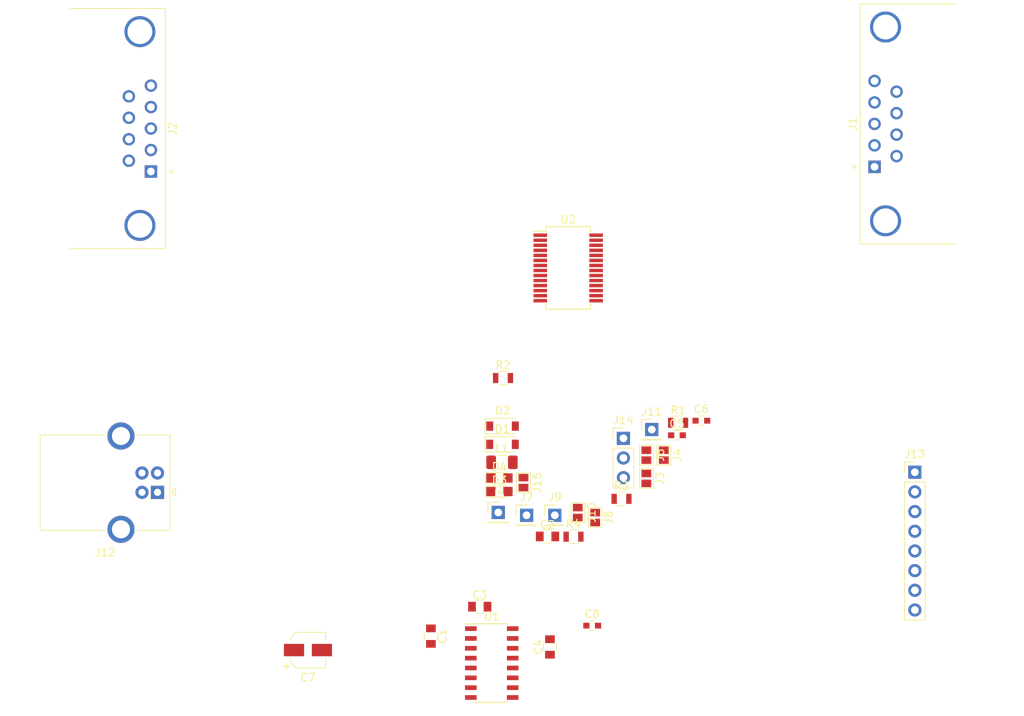
<source format=kicad_pcb>
(kicad_pcb (version 20171130) (host pcbnew 5.0.0)

  (general
    (thickness 1.6)
    (drawings 0)
    (tracks 0)
    (zones 0)
    (modules 34)
    (nets 50)
  )

  (page A4)
  (layers
    (0 F.Cu signal)
    (31 B.Cu signal)
    (32 B.Adhes user)
    (33 F.Adhes user)
    (34 B.Paste user)
    (35 F.Paste user)
    (36 B.SilkS user)
    (37 F.SilkS user)
    (38 B.Mask user)
    (39 F.Mask user)
    (40 Dwgs.User user)
    (41 Cmts.User user)
    (42 Eco1.User user)
    (43 Eco2.User user)
    (44 Edge.Cuts user)
    (45 Margin user)
    (46 B.CrtYd user)
    (47 F.CrtYd user)
    (48 B.Fab user)
    (49 F.Fab user)
  )

  (setup
    (last_trace_width 0.25)
    (trace_clearance 0.2)
    (zone_clearance 0.508)
    (zone_45_only no)
    (trace_min 0.2)
    (segment_width 0.2)
    (edge_width 0.15)
    (via_size 0.8)
    (via_drill 0.4)
    (via_min_size 0.4)
    (via_min_drill 0.3)
    (uvia_size 0.3)
    (uvia_drill 0.1)
    (uvias_allowed no)
    (uvia_min_size 0.2)
    (uvia_min_drill 0.1)
    (pcb_text_width 0.3)
    (pcb_text_size 1.5 1.5)
    (mod_edge_width 0.15)
    (mod_text_size 1 1)
    (mod_text_width 0.15)
    (pad_size 1.524 1.524)
    (pad_drill 0.762)
    (pad_to_mask_clearance 0.2)
    (aux_axis_origin 0 0)
    (visible_elements FFFFFF7F)
    (pcbplotparams
      (layerselection 0x010fc_ffffffff)
      (usegerberextensions false)
      (usegerberattributes false)
      (usegerberadvancedattributes false)
      (creategerberjobfile false)
      (excludeedgelayer true)
      (linewidth 0.100000)
      (plotframeref false)
      (viasonmask false)
      (mode 1)
      (useauxorigin false)
      (hpglpennumber 1)
      (hpglpenspeed 20)
      (hpglpendiameter 15.000000)
      (psnegative false)
      (psa4output false)
      (plotreference true)
      (plotvalue true)
      (plotinvisibletext false)
      (padsonsilk false)
      (subtractmaskfromsilk false)
      (outputformat 1)
      (mirror false)
      (drillshape 1)
      (scaleselection 1)
      (outputdirectory ""))
  )

  (net 0 "")
  (net 1 "Net-(D3-Pad2)")
  (net 2 VCC)
  (net 3 "Net-(D2-Pad2)")
  (net 4 "Net-(D1-Pad1)")
  (net 5 "Net-(D1-Pad2)")
  (net 6 "Net-(D4-Pad2)")
  (net 7 "Net-(J13-Pad8)")
  (net 8 "Net-(J13-Pad7)")
  (net 9 "Net-(J13-Pad6)")
  (net 10 "Net-(J13-Pad5)")
  (net 11 "Net-(J13-Pad4)")
  (net 12 "Net-(J13-Pad3)")
  (net 13 "Net-(J10-Pad2)")
  (net 14 "Net-(J13-Pad1)")
  (net 15 "Net-(J14-Pad3)")
  (net 16 "Net-(J14-Pad2)")
  (net 17 "Net-(J14-Pad1)")
  (net 18 Sniffer)
  (net 19 "Net-(J7-Pad1)")
  (net 20 "Net-(J5-Pad1)")
  (net 21 "Net-(J11-Pad1)")
  (net 22 "Net-(C1-Pad1)")
  (net 23 "Net-(C3-Pad1)")
  (net 24 "Net-(C1-Pad2)")
  (net 25 "Net-(C2-Pad1)")
  (net 26 "Net-(C2-Pad2)")
  (net 27 "Net-(C4-Pad1)")
  (net 28 "Net-(J10-Pad1)")
  (net 29 "Net-(J6-Pad1)")
  (net 30 "Net-(J4-Pad1)")
  (net 31 "Net-(J8-Pad1)")
  (net 32 GND)
  (net 33 "Net-(D3-Pad1)")
  (net 34 "Net-(D4-Pad1)")
  (net 35 "Net-(C6-Pad1)")
  (net 36 "Net-(U2-Pad28)")
  (net 37 "Net-(U2-Pad27)")
  (net 38 "Net-(U2-Pad19)")
  (net 39 "Net-(C5-Pad1)")
  (net 40 "Net-(J12-Pad2)")
  (net 41 "Net-(J12-Pad3)")
  (net 42 GNDD)
  (net 43 "Net-(C6-Pad2)")
  (net 44 "Net-(J1-Pad1)")
  (net 45 "Net-(J1-Pad4)")
  (net 46 "Net-(J1-Pad6)")
  (net 47 "Net-(J1-Pad7)")
  (net 48 "Net-(J1-Pad8)")
  (net 49 "Net-(J1-Pad9)")

  (net_class Default "This is the default net class."
    (clearance 0.2)
    (trace_width 0.25)
    (via_dia 0.8)
    (via_drill 0.4)
    (uvia_dia 0.3)
    (uvia_drill 0.1)
    (add_net GND)
    (add_net GNDD)
    (add_net "Net-(C1-Pad1)")
    (add_net "Net-(C1-Pad2)")
    (add_net "Net-(C2-Pad1)")
    (add_net "Net-(C2-Pad2)")
    (add_net "Net-(C3-Pad1)")
    (add_net "Net-(C4-Pad1)")
    (add_net "Net-(C5-Pad1)")
    (add_net "Net-(C6-Pad1)")
    (add_net "Net-(C6-Pad2)")
    (add_net "Net-(D1-Pad1)")
    (add_net "Net-(D1-Pad2)")
    (add_net "Net-(D2-Pad2)")
    (add_net "Net-(D3-Pad1)")
    (add_net "Net-(D3-Pad2)")
    (add_net "Net-(D4-Pad1)")
    (add_net "Net-(D4-Pad2)")
    (add_net "Net-(J1-Pad1)")
    (add_net "Net-(J1-Pad4)")
    (add_net "Net-(J1-Pad6)")
    (add_net "Net-(J1-Pad7)")
    (add_net "Net-(J1-Pad8)")
    (add_net "Net-(J1-Pad9)")
    (add_net "Net-(J10-Pad1)")
    (add_net "Net-(J10-Pad2)")
    (add_net "Net-(J11-Pad1)")
    (add_net "Net-(J12-Pad2)")
    (add_net "Net-(J12-Pad3)")
    (add_net "Net-(J13-Pad1)")
    (add_net "Net-(J13-Pad3)")
    (add_net "Net-(J13-Pad4)")
    (add_net "Net-(J13-Pad5)")
    (add_net "Net-(J13-Pad6)")
    (add_net "Net-(J13-Pad7)")
    (add_net "Net-(J13-Pad8)")
    (add_net "Net-(J14-Pad1)")
    (add_net "Net-(J14-Pad2)")
    (add_net "Net-(J14-Pad3)")
    (add_net "Net-(J4-Pad1)")
    (add_net "Net-(J5-Pad1)")
    (add_net "Net-(J6-Pad1)")
    (add_net "Net-(J7-Pad1)")
    (add_net "Net-(J8-Pad1)")
    (add_net "Net-(U2-Pad19)")
    (add_net "Net-(U2-Pad27)")
    (add_net "Net-(U2-Pad28)")
    (add_net Sniffer)
    (add_net VCC)
  )

  (module Capacitors_SMD:CP_Elec_4x5.3 (layer F.Cu) (tedit 58AA85FB) (tstamp 5BBEBBA9)
    (at 112.05 121.35)
    (descr "SMT capacitor, aluminium electrolytic, 4x5.3")
    (path /5BBC83E1)
    (attr smd)
    (fp_text reference C7 (at 0 3.54) (layer F.SilkS)
      (effects (font (size 1 1) (thickness 0.15)))
    )
    (fp_text value 4u7 (at 0 -3.54) (layer F.Fab)
      (effects (font (size 1 1) (thickness 0.15)))
    )
    (fp_line (start 3.35 2.38) (end -3.35 2.38) (layer F.CrtYd) (width 0.05))
    (fp_line (start 3.35 2.38) (end 3.35 -2.39) (layer F.CrtYd) (width 0.05))
    (fp_line (start -3.35 -2.39) (end -3.35 2.38) (layer F.CrtYd) (width 0.05))
    (fp_line (start -3.35 -2.39) (end 3.35 -2.39) (layer F.CrtYd) (width 0.05))
    (fp_line (start -1.52 -2.29) (end -2.29 -1.52) (layer F.SilkS) (width 0.12))
    (fp_line (start -1.52 -2.29) (end 2.29 -2.29) (layer F.SilkS) (width 0.12))
    (fp_line (start -1.52 2.29) (end -2.29 1.52) (layer F.SilkS) (width 0.12))
    (fp_line (start -1.52 2.29) (end 2.29 2.29) (layer F.SilkS) (width 0.12))
    (fp_line (start -2.29 1.52) (end -2.29 1.12) (layer F.SilkS) (width 0.12))
    (fp_line (start 2.29 2.29) (end 2.29 1.12) (layer F.SilkS) (width 0.12))
    (fp_line (start 2.29 -2.29) (end 2.29 -1.12) (layer F.SilkS) (width 0.12))
    (fp_line (start -2.29 -1.52) (end -2.29 -1.12) (layer F.SilkS) (width 0.12))
    (fp_line (start 2.13 -2.13) (end -1.46 -2.13) (layer F.Fab) (width 0.1))
    (fp_line (start -1.46 -2.13) (end -2.13 -1.46) (layer F.Fab) (width 0.1))
    (fp_line (start -2.13 -1.46) (end -2.13 1.46) (layer F.Fab) (width 0.1))
    (fp_line (start -2.13 1.46) (end -1.46 2.13) (layer F.Fab) (width 0.1))
    (fp_line (start -1.46 2.13) (end 2.13 2.13) (layer F.Fab) (width 0.1))
    (fp_line (start 2.13 2.13) (end 2.13 -2.13) (layer F.Fab) (width 0.1))
    (fp_text user %R (at 0 3.54) (layer F.Fab)
      (effects (font (size 1 1) (thickness 0.15)))
    )
    (fp_text user + (at -2.77 2.01) (layer F.SilkS)
      (effects (font (size 1 1) (thickness 0.15)))
    )
    (fp_text user + (at -1.21 -0.08) (layer F.Fab)
      (effects (font (size 1 1) (thickness 0.15)))
    )
    (fp_circle (center 0 0) (end 0 2.1) (layer F.Fab) (width 0.1))
    (pad 2 smd rect (at 1.8 0 180) (size 2.6 1.6) (layers F.Cu F.Paste F.Mask)
      (net 32 GND))
    (pad 1 smd rect (at -1.8 0 180) (size 2.6 1.6) (layers F.Cu F.Paste F.Mask)
      (net 2 VCC))
    (model Capacitors_SMD.3dshapes/CP_Elec_4x5.3.wrl
      (at (xyz 0 0 0))
      (scale (xyz 1 1 1))
      (rotate (xyz 0 0 180))
    )
  )

  (module Capacitors_SMD:C_0603 (layer F.Cu) (tedit 59958EE7) (tstamp 5BBEBB8D)
    (at 159.625001 93.635001)
    (descr "Capacitor SMD 0603, reflow soldering, AVX (see smccp.pdf)")
    (tags "capacitor 0603")
    (path /5BBC7218)
    (attr smd)
    (fp_text reference C5 (at 0 -1.5) (layer F.SilkS)
      (effects (font (size 1 1) (thickness 0.15)))
    )
    (fp_text value 100n (at 0 1.5) (layer F.Fab)
      (effects (font (size 1 1) (thickness 0.15)))
    )
    (fp_text user %R (at 0 0) (layer F.Fab)
      (effects (font (size 0.3 0.3) (thickness 0.075)))
    )
    (fp_line (start -0.8 0.4) (end -0.8 -0.4) (layer F.Fab) (width 0.1))
    (fp_line (start 0.8 0.4) (end -0.8 0.4) (layer F.Fab) (width 0.1))
    (fp_line (start 0.8 -0.4) (end 0.8 0.4) (layer F.Fab) (width 0.1))
    (fp_line (start -0.8 -0.4) (end 0.8 -0.4) (layer F.Fab) (width 0.1))
    (fp_line (start -0.35 -0.6) (end 0.35 -0.6) (layer F.SilkS) (width 0.12))
    (fp_line (start 0.35 0.6) (end -0.35 0.6) (layer F.SilkS) (width 0.12))
    (fp_line (start -1.4 -0.65) (end 1.4 -0.65) (layer F.CrtYd) (width 0.05))
    (fp_line (start -1.4 -0.65) (end -1.4 0.65) (layer F.CrtYd) (width 0.05))
    (fp_line (start 1.4 0.65) (end 1.4 -0.65) (layer F.CrtYd) (width 0.05))
    (fp_line (start 1.4 0.65) (end -1.4 0.65) (layer F.CrtYd) (width 0.05))
    (pad 1 smd rect (at -0.75 0) (size 0.8 0.75) (layers F.Cu F.Paste F.Mask)
      (net 39 "Net-(C5-Pad1)"))
    (pad 2 smd rect (at 0.75 0) (size 0.8 0.75) (layers F.Cu F.Paste F.Mask)
      (net 32 GND))
    (model Capacitors_SMD.3dshapes/C_0603.wrl
      (at (xyz 0 0 0))
      (scale (xyz 1 1 1))
      (rotate (xyz 0 0 0))
    )
  )

  (module Capacitors_SMD:C_0603 (layer F.Cu) (tedit 59958EE7) (tstamp 5BBEBB7C)
    (at 162.775001 91.755001)
    (descr "Capacitor SMD 0603, reflow soldering, AVX (see smccp.pdf)")
    (tags "capacitor 0603")
    (path /5BBC97FE)
    (attr smd)
    (fp_text reference C6 (at 0 -1.5) (layer F.SilkS)
      (effects (font (size 1 1) (thickness 0.15)))
    )
    (fp_text value 10n (at 0 1.5) (layer F.Fab)
      (effects (font (size 1 1) (thickness 0.15)))
    )
    (fp_line (start 1.4 0.65) (end -1.4 0.65) (layer F.CrtYd) (width 0.05))
    (fp_line (start 1.4 0.65) (end 1.4 -0.65) (layer F.CrtYd) (width 0.05))
    (fp_line (start -1.4 -0.65) (end -1.4 0.65) (layer F.CrtYd) (width 0.05))
    (fp_line (start -1.4 -0.65) (end 1.4 -0.65) (layer F.CrtYd) (width 0.05))
    (fp_line (start 0.35 0.6) (end -0.35 0.6) (layer F.SilkS) (width 0.12))
    (fp_line (start -0.35 -0.6) (end 0.35 -0.6) (layer F.SilkS) (width 0.12))
    (fp_line (start -0.8 -0.4) (end 0.8 -0.4) (layer F.Fab) (width 0.1))
    (fp_line (start 0.8 -0.4) (end 0.8 0.4) (layer F.Fab) (width 0.1))
    (fp_line (start 0.8 0.4) (end -0.8 0.4) (layer F.Fab) (width 0.1))
    (fp_line (start -0.8 0.4) (end -0.8 -0.4) (layer F.Fab) (width 0.1))
    (fp_text user %R (at 0 0) (layer F.Fab)
      (effects (font (size 0.3 0.3) (thickness 0.075)))
    )
    (pad 2 smd rect (at 0.75 0) (size 0.8 0.75) (layers F.Cu F.Paste F.Mask)
      (net 43 "Net-(C6-Pad2)"))
    (pad 1 smd rect (at -0.75 0) (size 0.8 0.75) (layers F.Cu F.Paste F.Mask)
      (net 35 "Net-(C6-Pad1)"))
    (model Capacitors_SMD.3dshapes/C_0603.wrl
      (at (xyz 0 0 0))
      (scale (xyz 1 1 1))
      (rotate (xyz 0 0 0))
    )
  )

  (module Capacitors_SMD:C_0603 (layer F.Cu) (tedit 59958EE7) (tstamp 5BBEBB6B)
    (at 148.7 118.2)
    (descr "Capacitor SMD 0603, reflow soldering, AVX (see smccp.pdf)")
    (tags "capacitor 0603")
    (path /5BBC833F)
    (attr smd)
    (fp_text reference C8 (at 0 -1.5) (layer F.SilkS)
      (effects (font (size 1 1) (thickness 0.15)))
    )
    (fp_text value 100n (at 0 1.5) (layer F.Fab)
      (effects (font (size 1 1) (thickness 0.15)))
    )
    (fp_text user %R (at 0 0) (layer F.Fab)
      (effects (font (size 0.3 0.3) (thickness 0.075)))
    )
    (fp_line (start -0.8 0.4) (end -0.8 -0.4) (layer F.Fab) (width 0.1))
    (fp_line (start 0.8 0.4) (end -0.8 0.4) (layer F.Fab) (width 0.1))
    (fp_line (start 0.8 -0.4) (end 0.8 0.4) (layer F.Fab) (width 0.1))
    (fp_line (start -0.8 -0.4) (end 0.8 -0.4) (layer F.Fab) (width 0.1))
    (fp_line (start -0.35 -0.6) (end 0.35 -0.6) (layer F.SilkS) (width 0.12))
    (fp_line (start 0.35 0.6) (end -0.35 0.6) (layer F.SilkS) (width 0.12))
    (fp_line (start -1.4 -0.65) (end 1.4 -0.65) (layer F.CrtYd) (width 0.05))
    (fp_line (start -1.4 -0.65) (end -1.4 0.65) (layer F.CrtYd) (width 0.05))
    (fp_line (start 1.4 0.65) (end 1.4 -0.65) (layer F.CrtYd) (width 0.05))
    (fp_line (start 1.4 0.65) (end -1.4 0.65) (layer F.CrtYd) (width 0.05))
    (pad 1 smd rect (at -0.75 0) (size 0.8 0.75) (layers F.Cu F.Paste F.Mask)
      (net 2 VCC))
    (pad 2 smd rect (at 0.75 0) (size 0.8 0.75) (layers F.Cu F.Paste F.Mask)
      (net 32 GND))
    (model Capacitors_SMD.3dshapes/C_0603.wrl
      (at (xyz 0 0 0))
      (scale (xyz 1 1 1))
      (rotate (xyz 0 0 0))
    )
  )

  (module Capacitors_SMD:C_0805 (layer F.Cu) (tedit 58AA8463) (tstamp 5BBEBB5A)
    (at 142.935001 106.690001)
    (descr "Capacitor SMD 0805, reflow soldering, AVX (see smccp.pdf)")
    (tags "capacitor 0805")
    (path /5BBE6022)
    (attr smd)
    (fp_text reference C2 (at 0 -1.5) (layer F.SilkS)
      (effects (font (size 1 1) (thickness 0.15)))
    )
    (fp_text value 1u (at 0 1.75) (layer F.Fab)
      (effects (font (size 1 1) (thickness 0.15)))
    )
    (fp_text user %R (at 0 -1.5) (layer F.Fab)
      (effects (font (size 1 1) (thickness 0.15)))
    )
    (fp_line (start -1 0.62) (end -1 -0.62) (layer F.Fab) (width 0.1))
    (fp_line (start 1 0.62) (end -1 0.62) (layer F.Fab) (width 0.1))
    (fp_line (start 1 -0.62) (end 1 0.62) (layer F.Fab) (width 0.1))
    (fp_line (start -1 -0.62) (end 1 -0.62) (layer F.Fab) (width 0.1))
    (fp_line (start 0.5 -0.85) (end -0.5 -0.85) (layer F.SilkS) (width 0.12))
    (fp_line (start -0.5 0.85) (end 0.5 0.85) (layer F.SilkS) (width 0.12))
    (fp_line (start -1.75 -0.88) (end 1.75 -0.88) (layer F.CrtYd) (width 0.05))
    (fp_line (start -1.75 -0.88) (end -1.75 0.87) (layer F.CrtYd) (width 0.05))
    (fp_line (start 1.75 0.87) (end 1.75 -0.88) (layer F.CrtYd) (width 0.05))
    (fp_line (start 1.75 0.87) (end -1.75 0.87) (layer F.CrtYd) (width 0.05))
    (pad 1 smd rect (at -1 0) (size 1 1.25) (layers F.Cu F.Paste F.Mask)
      (net 25 "Net-(C2-Pad1)"))
    (pad 2 smd rect (at 1 0) (size 1 1.25) (layers F.Cu F.Paste F.Mask)
      (net 26 "Net-(C2-Pad2)"))
    (model Capacitors_SMD.3dshapes/C_0805.wrl
      (at (xyz 0 0 0))
      (scale (xyz 1 1 1))
      (rotate (xyz 0 0 0))
    )
  )

  (module Capacitors_SMD:C_0805 (layer F.Cu) (tedit 58AA8463) (tstamp 5BBEBB49)
    (at 134.2 115.75)
    (descr "Capacitor SMD 0805, reflow soldering, AVX (see smccp.pdf)")
    (tags "capacitor 0805")
    (path /5BBEFC8B)
    (attr smd)
    (fp_text reference C3 (at 0 -1.5) (layer F.SilkS)
      (effects (font (size 1 1) (thickness 0.15)))
    )
    (fp_text value 1u (at 0 1.75) (layer F.Fab)
      (effects (font (size 1 1) (thickness 0.15)))
    )
    (fp_line (start 1.75 0.87) (end -1.75 0.87) (layer F.CrtYd) (width 0.05))
    (fp_line (start 1.75 0.87) (end 1.75 -0.88) (layer F.CrtYd) (width 0.05))
    (fp_line (start -1.75 -0.88) (end -1.75 0.87) (layer F.CrtYd) (width 0.05))
    (fp_line (start -1.75 -0.88) (end 1.75 -0.88) (layer F.CrtYd) (width 0.05))
    (fp_line (start -0.5 0.85) (end 0.5 0.85) (layer F.SilkS) (width 0.12))
    (fp_line (start 0.5 -0.85) (end -0.5 -0.85) (layer F.SilkS) (width 0.12))
    (fp_line (start -1 -0.62) (end 1 -0.62) (layer F.Fab) (width 0.1))
    (fp_line (start 1 -0.62) (end 1 0.62) (layer F.Fab) (width 0.1))
    (fp_line (start 1 0.62) (end -1 0.62) (layer F.Fab) (width 0.1))
    (fp_line (start -1 0.62) (end -1 -0.62) (layer F.Fab) (width 0.1))
    (fp_text user %R (at 0 -1.5) (layer F.Fab)
      (effects (font (size 1 1) (thickness 0.15)))
    )
    (pad 2 smd rect (at 1 0) (size 1 1.25) (layers F.Cu F.Paste F.Mask)
      (net 32 GND))
    (pad 1 smd rect (at -1 0) (size 1 1.25) (layers F.Cu F.Paste F.Mask)
      (net 23 "Net-(C3-Pad1)"))
    (model Capacitors_SMD.3dshapes/C_0805.wrl
      (at (xyz 0 0 0))
      (scale (xyz 1 1 1))
      (rotate (xyz 0 0 0))
    )
  )

  (module Capacitors_SMD:C_0805 (layer F.Cu) (tedit 58AA8463) (tstamp 5BBEBB38)
    (at 143.25 120.95 90)
    (descr "Capacitor SMD 0805, reflow soldering, AVX (see smccp.pdf)")
    (tags "capacitor 0805")
    (path /5BBEFCE7)
    (attr smd)
    (fp_text reference C4 (at 0 -1.5 90) (layer F.SilkS)
      (effects (font (size 1 1) (thickness 0.15)))
    )
    (fp_text value 1u (at 0 1.75 90) (layer F.Fab)
      (effects (font (size 1 1) (thickness 0.15)))
    )
    (fp_text user %R (at 0 -1.5 90) (layer F.Fab)
      (effects (font (size 1 1) (thickness 0.15)))
    )
    (fp_line (start -1 0.62) (end -1 -0.62) (layer F.Fab) (width 0.1))
    (fp_line (start 1 0.62) (end -1 0.62) (layer F.Fab) (width 0.1))
    (fp_line (start 1 -0.62) (end 1 0.62) (layer F.Fab) (width 0.1))
    (fp_line (start -1 -0.62) (end 1 -0.62) (layer F.Fab) (width 0.1))
    (fp_line (start 0.5 -0.85) (end -0.5 -0.85) (layer F.SilkS) (width 0.12))
    (fp_line (start -0.5 0.85) (end 0.5 0.85) (layer F.SilkS) (width 0.12))
    (fp_line (start -1.75 -0.88) (end 1.75 -0.88) (layer F.CrtYd) (width 0.05))
    (fp_line (start -1.75 -0.88) (end -1.75 0.87) (layer F.CrtYd) (width 0.05))
    (fp_line (start 1.75 0.87) (end 1.75 -0.88) (layer F.CrtYd) (width 0.05))
    (fp_line (start 1.75 0.87) (end -1.75 0.87) (layer F.CrtYd) (width 0.05))
    (pad 1 smd rect (at -1 0 90) (size 1 1.25) (layers F.Cu F.Paste F.Mask)
      (net 27 "Net-(C4-Pad1)"))
    (pad 2 smd rect (at 1 0 90) (size 1 1.25) (layers F.Cu F.Paste F.Mask)
      (net 32 GND))
    (model Capacitors_SMD.3dshapes/C_0805.wrl
      (at (xyz 0 0 0))
      (scale (xyz 1 1 1))
      (rotate (xyz 0 0 0))
    )
  )

  (module Capacitors_SMD:C_0805 (layer F.Cu) (tedit 58AA8463) (tstamp 5BBEBB27)
    (at 127.9 119.55 270)
    (descr "Capacitor SMD 0805, reflow soldering, AVX (see smccp.pdf)")
    (tags "capacitor 0805")
    (path /5BBE9A35)
    (attr smd)
    (fp_text reference C1 (at 0 -1.5 270) (layer F.SilkS)
      (effects (font (size 1 1) (thickness 0.15)))
    )
    (fp_text value 1u (at 0 1.75 270) (layer F.Fab)
      (effects (font (size 1 1) (thickness 0.15)))
    )
    (fp_line (start 1.75 0.87) (end -1.75 0.87) (layer F.CrtYd) (width 0.05))
    (fp_line (start 1.75 0.87) (end 1.75 -0.88) (layer F.CrtYd) (width 0.05))
    (fp_line (start -1.75 -0.88) (end -1.75 0.87) (layer F.CrtYd) (width 0.05))
    (fp_line (start -1.75 -0.88) (end 1.75 -0.88) (layer F.CrtYd) (width 0.05))
    (fp_line (start -0.5 0.85) (end 0.5 0.85) (layer F.SilkS) (width 0.12))
    (fp_line (start 0.5 -0.85) (end -0.5 -0.85) (layer F.SilkS) (width 0.12))
    (fp_line (start -1 -0.62) (end 1 -0.62) (layer F.Fab) (width 0.1))
    (fp_line (start 1 -0.62) (end 1 0.62) (layer F.Fab) (width 0.1))
    (fp_line (start 1 0.62) (end -1 0.62) (layer F.Fab) (width 0.1))
    (fp_line (start -1 0.62) (end -1 -0.62) (layer F.Fab) (width 0.1))
    (fp_text user %R (at 0 -1.5 270) (layer F.Fab)
      (effects (font (size 1 1) (thickness 0.15)))
    )
    (pad 2 smd rect (at 1 0 270) (size 1 1.25) (layers F.Cu F.Paste F.Mask)
      (net 24 "Net-(C1-Pad2)"))
    (pad 1 smd rect (at -1 0 270) (size 1 1.25) (layers F.Cu F.Paste F.Mask)
      (net 22 "Net-(C1-Pad1)"))
    (model Capacitors_SMD.3dshapes/C_0805.wrl
      (at (xyz 0 0 0))
      (scale (xyz 1 1 1))
      (rotate (xyz 0 0 0))
    )
  )

  (module Connector_Dsub:DSUB-9_Female_Horizontal_P2.77x2.84mm_EdgePinOffset7.70mm_Housed_MountingHolesOffset9.12mm (layer F.Cu) (tedit 59FEDEE2) (tstamp 5BBEBB16)
    (at 91.8 59.6 270)
    (descr "9-pin D-Sub connector, horizontal/angled (90 deg), THT-mount, female, pitch 2.77x2.84mm, pin-PCB-offset 7.699999999999999mm, distance of mounting holes 25mm, distance of mounting holes to PCB edge 9.12mm, see https://disti-assets.s3.amazonaws.com/tonar/files/datasheets/16730.pdf")
    (tags "9-pin D-Sub connector horizontal angled 90deg THT female pitch 2.77x2.84mm pin-PCB-offset 7.699999999999999mm mounting-holes-distance 25mm mounting-hole-offset 25mm")
    (path /5BBC59FD)
    (fp_text reference J2 (at -5.54 -2.8 270) (layer F.SilkS)
      (effects (font (size 1 1) (thickness 0.15)))
    )
    (fp_text value DB9_Female_MountingHoles (at -5.54 18.61 270) (layer F.Fab)
      (effects (font (size 1 1) (thickness 0.15)))
    )
    (fp_arc (start -18.04 1.42) (end -19.64 1.42) (angle 180) (layer F.Fab) (width 0.1))
    (fp_arc (start 6.96 1.42) (end 5.36 1.42) (angle 180) (layer F.Fab) (width 0.1))
    (fp_line (start -20.965 -1.8) (end -20.965 10.54) (layer F.Fab) (width 0.1))
    (fp_line (start -20.965 10.54) (end 9.885 10.54) (layer F.Fab) (width 0.1))
    (fp_line (start 9.885 10.54) (end 9.885 -1.8) (layer F.Fab) (width 0.1))
    (fp_line (start 9.885 -1.8) (end -20.965 -1.8) (layer F.Fab) (width 0.1))
    (fp_line (start -20.965 10.54) (end -20.965 10.94) (layer F.Fab) (width 0.1))
    (fp_line (start -20.965 10.94) (end 9.885 10.94) (layer F.Fab) (width 0.1))
    (fp_line (start 9.885 10.94) (end 9.885 10.54) (layer F.Fab) (width 0.1))
    (fp_line (start 9.885 10.54) (end -20.965 10.54) (layer F.Fab) (width 0.1))
    (fp_line (start -13.69 10.94) (end -13.69 17.11) (layer F.Fab) (width 0.1))
    (fp_line (start -13.69 17.11) (end 2.61 17.11) (layer F.Fab) (width 0.1))
    (fp_line (start 2.61 17.11) (end 2.61 10.94) (layer F.Fab) (width 0.1))
    (fp_line (start 2.61 10.94) (end -13.69 10.94) (layer F.Fab) (width 0.1))
    (fp_line (start -20.54 10.94) (end -20.54 15.94) (layer F.Fab) (width 0.1))
    (fp_line (start -20.54 15.94) (end -15.54 15.94) (layer F.Fab) (width 0.1))
    (fp_line (start -15.54 15.94) (end -15.54 10.94) (layer F.Fab) (width 0.1))
    (fp_line (start -15.54 10.94) (end -20.54 10.94) (layer F.Fab) (width 0.1))
    (fp_line (start 4.46 10.94) (end 4.46 15.94) (layer F.Fab) (width 0.1))
    (fp_line (start 4.46 15.94) (end 9.46 15.94) (layer F.Fab) (width 0.1))
    (fp_line (start 9.46 15.94) (end 9.46 10.94) (layer F.Fab) (width 0.1))
    (fp_line (start 9.46 10.94) (end 4.46 10.94) (layer F.Fab) (width 0.1))
    (fp_line (start -19.64 10.54) (end -19.64 1.42) (layer F.Fab) (width 0.1))
    (fp_line (start -16.44 10.54) (end -16.44 1.42) (layer F.Fab) (width 0.1))
    (fp_line (start 5.36 10.54) (end 5.36 1.42) (layer F.Fab) (width 0.1))
    (fp_line (start 8.56 10.54) (end 8.56 1.42) (layer F.Fab) (width 0.1))
    (fp_line (start -21.025 10.48) (end -21.025 -1.86) (layer F.SilkS) (width 0.12))
    (fp_line (start -21.025 -1.86) (end 9.945 -1.86) (layer F.SilkS) (width 0.12))
    (fp_line (start 9.945 -1.86) (end 9.945 10.48) (layer F.SilkS) (width 0.12))
    (fp_line (start -0.25 -2.754338) (end 0.25 -2.754338) (layer F.SilkS) (width 0.12))
    (fp_line (start 0.25 -2.754338) (end 0 -2.321325) (layer F.SilkS) (width 0.12))
    (fp_line (start 0 -2.321325) (end -0.25 -2.754338) (layer F.SilkS) (width 0.12))
    (fp_line (start -21.5 -2.35) (end -21.5 17.65) (layer F.CrtYd) (width 0.05))
    (fp_line (start -21.5 17.65) (end 10.4 17.65) (layer F.CrtYd) (width 0.05))
    (fp_line (start 10.4 17.65) (end 10.4 -2.35) (layer F.CrtYd) (width 0.05))
    (fp_line (start 10.4 -2.35) (end -21.5 -2.35) (layer F.CrtYd) (width 0.05))
    (fp_text user %R (at -5.54 14.025 270) (layer F.Fab)
      (effects (font (size 1 1) (thickness 0.15)))
    )
    (pad 1 thru_hole rect (at 0 0 270) (size 1.6 1.6) (drill 1) (layers *.Cu *.Mask)
      (net 44 "Net-(J1-Pad1)"))
    (pad 2 thru_hole circle (at -2.77 0 270) (size 1.6 1.6) (drill 1) (layers *.Cu *.Mask)
      (net 5 "Net-(D1-Pad2)"))
    (pad 3 thru_hole circle (at -5.54 0 270) (size 1.6 1.6) (drill 1) (layers *.Cu *.Mask)
      (net 3 "Net-(D2-Pad2)"))
    (pad 4 thru_hole circle (at -8.31 0 270) (size 1.6 1.6) (drill 1) (layers *.Cu *.Mask)
      (net 45 "Net-(J1-Pad4)"))
    (pad 5 thru_hole circle (at -11.08 0 270) (size 1.6 1.6) (drill 1) (layers *.Cu *.Mask)
      (net 32 GND))
    (pad 6 thru_hole circle (at -1.385 2.84 270) (size 1.6 1.6) (drill 1) (layers *.Cu *.Mask)
      (net 46 "Net-(J1-Pad6)"))
    (pad 7 thru_hole circle (at -4.155 2.84 270) (size 1.6 1.6) (drill 1) (layers *.Cu *.Mask)
      (net 47 "Net-(J1-Pad7)"))
    (pad 8 thru_hole circle (at -6.925 2.84 270) (size 1.6 1.6) (drill 1) (layers *.Cu *.Mask)
      (net 48 "Net-(J1-Pad8)"))
    (pad 9 thru_hole circle (at -9.695 2.84 270) (size 1.6 1.6) (drill 1) (layers *.Cu *.Mask)
      (net 49 "Net-(J1-Pad9)"))
    (pad 0 thru_hole circle (at -18.04 1.42 270) (size 4 4) (drill 3.2) (layers *.Cu *.Mask)
      (net 42 GNDD))
    (pad 0 thru_hole circle (at 6.96 1.42 270) (size 4 4) (drill 3.2) (layers *.Cu *.Mask)
      (net 42 GNDD))
    (model ${KISYS3DMOD}/Connector_Dsub.3dshapes/DSUB-9_Female_Horizontal_P2.77x2.84mm_EdgePinOffset7.70mm_Housed_MountingHolesOffset9.12mm.wrl
      (at (xyz 0 0 0))
      (scale (xyz 1 1 1))
      (rotate (xyz 0 0 0))
    )
  )

  (module Connector_Dsub:DSUB-9_Male_Horizontal_P2.77x2.84mm_EdgePinOffset7.70mm_Housed_MountingHolesOffset9.12mm (layer F.Cu) (tedit 59FEDEE2) (tstamp 5BBEBAE2)
    (at 185.1 59 90)
    (descr "9-pin D-Sub connector, horizontal/angled (90 deg), THT-mount, male, pitch 2.77x2.84mm, pin-PCB-offset 7.699999999999999mm, distance of mounting holes 25mm, distance of mounting holes to PCB edge 9.12mm, see https://disti-assets.s3.amazonaws.com/tonar/files/datasheets/16730.pdf")
    (tags "9-pin D-Sub connector horizontal angled 90deg THT male pitch 2.77x2.84mm pin-PCB-offset 7.699999999999999mm mounting-holes-distance 25mm mounting-hole-offset 25mm")
    (path /5BBC5AD9)
    (fp_text reference J1 (at 5.54 -2.8 90) (layer F.SilkS)
      (effects (font (size 1 1) (thickness 0.15)))
    )
    (fp_text value DB9_Male_MountingHoles (at 5.54 18.44 90) (layer F.Fab)
      (effects (font (size 1 1) (thickness 0.15)))
    )
    (fp_arc (start -6.96 1.42) (end -8.56 1.42) (angle 180) (layer F.Fab) (width 0.1))
    (fp_arc (start 18.04 1.42) (end 16.44 1.42) (angle 180) (layer F.Fab) (width 0.1))
    (fp_line (start -9.885 -1.8) (end -9.885 10.54) (layer F.Fab) (width 0.1))
    (fp_line (start -9.885 10.54) (end 20.965 10.54) (layer F.Fab) (width 0.1))
    (fp_line (start 20.965 10.54) (end 20.965 -1.8) (layer F.Fab) (width 0.1))
    (fp_line (start 20.965 -1.8) (end -9.885 -1.8) (layer F.Fab) (width 0.1))
    (fp_line (start -9.885 10.54) (end -9.885 10.94) (layer F.Fab) (width 0.1))
    (fp_line (start -9.885 10.94) (end 20.965 10.94) (layer F.Fab) (width 0.1))
    (fp_line (start 20.965 10.94) (end 20.965 10.54) (layer F.Fab) (width 0.1))
    (fp_line (start 20.965 10.54) (end -9.885 10.54) (layer F.Fab) (width 0.1))
    (fp_line (start -2.61 10.94) (end -2.61 16.94) (layer F.Fab) (width 0.1))
    (fp_line (start -2.61 16.94) (end 13.69 16.94) (layer F.Fab) (width 0.1))
    (fp_line (start 13.69 16.94) (end 13.69 10.94) (layer F.Fab) (width 0.1))
    (fp_line (start 13.69 10.94) (end -2.61 10.94) (layer F.Fab) (width 0.1))
    (fp_line (start -9.46 10.94) (end -9.46 15.94) (layer F.Fab) (width 0.1))
    (fp_line (start -9.46 15.94) (end -4.46 15.94) (layer F.Fab) (width 0.1))
    (fp_line (start -4.46 15.94) (end -4.46 10.94) (layer F.Fab) (width 0.1))
    (fp_line (start -4.46 10.94) (end -9.46 10.94) (layer F.Fab) (width 0.1))
    (fp_line (start 15.54 10.94) (end 15.54 15.94) (layer F.Fab) (width 0.1))
    (fp_line (start 15.54 15.94) (end 20.54 15.94) (layer F.Fab) (width 0.1))
    (fp_line (start 20.54 15.94) (end 20.54 10.94) (layer F.Fab) (width 0.1))
    (fp_line (start 20.54 10.94) (end 15.54 10.94) (layer F.Fab) (width 0.1))
    (fp_line (start -8.56 10.54) (end -8.56 1.42) (layer F.Fab) (width 0.1))
    (fp_line (start -5.36 10.54) (end -5.36 1.42) (layer F.Fab) (width 0.1))
    (fp_line (start 16.44 10.54) (end 16.44 1.42) (layer F.Fab) (width 0.1))
    (fp_line (start 19.64 10.54) (end 19.64 1.42) (layer F.Fab) (width 0.1))
    (fp_line (start -9.945 10.48) (end -9.945 -1.86) (layer F.SilkS) (width 0.12))
    (fp_line (start -9.945 -1.86) (end 21.025 -1.86) (layer F.SilkS) (width 0.12))
    (fp_line (start 21.025 -1.86) (end 21.025 10.48) (layer F.SilkS) (width 0.12))
    (fp_line (start -0.25 -2.754338) (end 0.25 -2.754338) (layer F.SilkS) (width 0.12))
    (fp_line (start 0.25 -2.754338) (end 0 -2.321325) (layer F.SilkS) (width 0.12))
    (fp_line (start 0 -2.321325) (end -0.25 -2.754338) (layer F.SilkS) (width 0.12))
    (fp_line (start -10.4 -2.35) (end -10.4 17.45) (layer F.CrtYd) (width 0.05))
    (fp_line (start -10.4 17.45) (end 21.5 17.45) (layer F.CrtYd) (width 0.05))
    (fp_line (start 21.5 17.45) (end 21.5 -2.35) (layer F.CrtYd) (width 0.05))
    (fp_line (start 21.5 -2.35) (end -10.4 -2.35) (layer F.CrtYd) (width 0.05))
    (fp_text user %R (at 5.54 13.94 90) (layer F.Fab)
      (effects (font (size 1 1) (thickness 0.15)))
    )
    (pad 1 thru_hole rect (at 0 0 90) (size 1.6 1.6) (drill 1) (layers *.Cu *.Mask)
      (net 44 "Net-(J1-Pad1)"))
    (pad 2 thru_hole circle (at 2.77 0 90) (size 1.6 1.6) (drill 1) (layers *.Cu *.Mask)
      (net 5 "Net-(D1-Pad2)"))
    (pad 3 thru_hole circle (at 5.54 0 90) (size 1.6 1.6) (drill 1) (layers *.Cu *.Mask)
      (net 3 "Net-(D2-Pad2)"))
    (pad 4 thru_hole circle (at 8.31 0 90) (size 1.6 1.6) (drill 1) (layers *.Cu *.Mask)
      (net 45 "Net-(J1-Pad4)"))
    (pad 5 thru_hole circle (at 11.08 0 90) (size 1.6 1.6) (drill 1) (layers *.Cu *.Mask)
      (net 32 GND))
    (pad 6 thru_hole circle (at 1.385 2.84 90) (size 1.6 1.6) (drill 1) (layers *.Cu *.Mask)
      (net 46 "Net-(J1-Pad6)"))
    (pad 7 thru_hole circle (at 4.155 2.84 90) (size 1.6 1.6) (drill 1) (layers *.Cu *.Mask)
      (net 47 "Net-(J1-Pad7)"))
    (pad 8 thru_hole circle (at 6.925 2.84 90) (size 1.6 1.6) (drill 1) (layers *.Cu *.Mask)
      (net 48 "Net-(J1-Pad8)"))
    (pad 9 thru_hole circle (at 9.695 2.84 90) (size 1.6 1.6) (drill 1) (layers *.Cu *.Mask)
      (net 49 "Net-(J1-Pad9)"))
    (pad 0 thru_hole circle (at -6.96 1.42 90) (size 4 4) (drill 3.2) (layers *.Cu *.Mask)
      (net 42 GNDD))
    (pad 0 thru_hole circle (at 18.04 1.42 90) (size 4 4) (drill 3.2) (layers *.Cu *.Mask)
      (net 42 GNDD))
    (model ${KISYS3DMOD}/Connector_Dsub.3dshapes/DSUB-9_Male_Horizontal_P2.77x2.84mm_EdgePinOffset7.70mm_Housed_MountingHolesOffset9.12mm.wrl
      (at (xyz 0 0 0))
      (scale (xyz 1 1 1))
      (rotate (xyz 0 0 0))
    )
  )

  (module Connector_USB:USB_B_OST_USB-B1HSxx_Horizontal (layer F.Cu) (tedit 5AFE01FF) (tstamp 5BBEBAAE)
    (at 92.65 101 180)
    (descr "USB B receptacle, Horizontal, through-hole, http://www.on-shore.com/wp-content/uploads/2015/09/usb-b1hsxx.pdf")
    (tags "USB-B receptacle horizontal through-hole")
    (path /5BBC5C5A)
    (fp_text reference J12 (at 6.76 -7.77 180) (layer F.SilkS)
      (effects (font (size 1 1) (thickness 0.15)))
    )
    (fp_text value USB_B (at 6.76 10.27 180) (layer F.Fab)
      (effects (font (size 1 1) (thickness 0.15)))
    )
    (fp_line (start -0.49 -4.8) (end 15.01 -4.8) (layer F.Fab) (width 0.1))
    (fp_line (start 15.01 -4.8) (end 15.01 7.3) (layer F.Fab) (width 0.1))
    (fp_line (start 15.01 7.3) (end -1.49 7.3) (layer F.Fab) (width 0.1))
    (fp_line (start -1.49 7.3) (end -1.49 -3.8) (layer F.Fab) (width 0.1))
    (fp_line (start -1.49 -3.8) (end -0.49 -4.8) (layer F.Fab) (width 0.1))
    (fp_line (start 2.66 -4.91) (end -1.6 -4.91) (layer F.SilkS) (width 0.12))
    (fp_line (start -1.6 -4.91) (end -1.6 7.41) (layer F.SilkS) (width 0.12))
    (fp_line (start -1.6 7.41) (end 2.66 7.41) (layer F.SilkS) (width 0.12))
    (fp_line (start 6.76 -4.91) (end 15.12 -4.91) (layer F.SilkS) (width 0.12))
    (fp_line (start 15.12 -4.91) (end 15.12 7.41) (layer F.SilkS) (width 0.12))
    (fp_line (start 15.12 7.41) (end 6.76 7.41) (layer F.SilkS) (width 0.12))
    (fp_line (start -1.82 0) (end -2.32 -0.5) (layer F.SilkS) (width 0.12))
    (fp_line (start -2.32 -0.5) (end -2.32 0.5) (layer F.SilkS) (width 0.12))
    (fp_line (start -2.32 0.5) (end -1.82 0) (layer F.SilkS) (width 0.12))
    (fp_line (start -1.99 -7.02) (end -1.99 9.52) (layer F.CrtYd) (width 0.05))
    (fp_line (start -1.99 9.52) (end 15.51 9.52) (layer F.CrtYd) (width 0.05))
    (fp_line (start 15.51 9.52) (end 15.51 -7.02) (layer F.CrtYd) (width 0.05))
    (fp_line (start 15.51 -7.02) (end -1.99 -7.02) (layer F.CrtYd) (width 0.05))
    (fp_text user %R (at 6.76 1.25 180) (layer F.Fab)
      (effects (font (size 1 1) (thickness 0.15)))
    )
    (pad 1 thru_hole rect (at 0 0 180) (size 1.7 1.7) (drill 0.92) (layers *.Cu *.Mask)
      (net 35 "Net-(C6-Pad1)"))
    (pad 2 thru_hole circle (at 0 2.5 180) (size 1.7 1.7) (drill 0.92) (layers *.Cu *.Mask)
      (net 40 "Net-(J12-Pad2)"))
    (pad 3 thru_hole circle (at 2 2.5 180) (size 1.7 1.7) (drill 0.92) (layers *.Cu *.Mask)
      (net 41 "Net-(J12-Pad3)"))
    (pad 4 thru_hole circle (at 2 0 180) (size 1.7 1.7) (drill 0.92) (layers *.Cu *.Mask)
      (net 43 "Net-(C6-Pad2)"))
    (pad 5 thru_hole circle (at 4.71 -4.77 180) (size 3.5 3.5) (drill 2.33) (layers *.Cu *.Mask)
      (net 42 GNDD))
    (pad 5 thru_hole circle (at 4.71 7.27 180) (size 3.5 3.5) (drill 2.33) (layers *.Cu *.Mask)
      (net 42 GNDD))
    (model ${KISYS3DMOD}/Connector_USB.3dshapes/USB_B_OST_USB-B1HSxx_Horizontal.wrl
      (at (xyz 0 0 0))
      (scale (xyz 1 1 1))
      (rotate (xyz 0 0 0))
    )
  )

  (module Connectors:GS2 (layer F.Cu) (tedit 586134A1) (tstamp 5BBEBA91)
    (at 155.675001 96.205001)
    (descr "2-pin solder bridge")
    (tags "solder bridge")
    (path /5BC7B878)
    (attr smd)
    (fp_text reference J6 (at 1.78 0 90) (layer F.SilkS)
      (effects (font (size 1 1) (thickness 0.15)))
    )
    (fp_text value GS2 (at -1.8 0 90) (layer F.Fab)
      (effects (font (size 1 1) (thickness 0.15)))
    )
    (fp_line (start 1.1 -1.45) (end 1.1 1.5) (layer F.CrtYd) (width 0.05))
    (fp_line (start 1.1 1.5) (end -1.1 1.5) (layer F.CrtYd) (width 0.05))
    (fp_line (start -1.1 1.5) (end -1.1 -1.45) (layer F.CrtYd) (width 0.05))
    (fp_line (start -1.1 -1.45) (end 1.1 -1.45) (layer F.CrtYd) (width 0.05))
    (fp_line (start -0.89 -1.27) (end -0.89 1.27) (layer F.SilkS) (width 0.12))
    (fp_line (start 0.89 1.27) (end 0.89 -1.27) (layer F.SilkS) (width 0.12))
    (fp_line (start 0.89 1.27) (end -0.89 1.27) (layer F.SilkS) (width 0.12))
    (fp_line (start -0.89 -1.27) (end 0.89 -1.27) (layer F.SilkS) (width 0.12))
    (pad 1 smd rect (at 0 -0.64) (size 1.27 0.97) (layers F.Cu F.Paste F.Mask)
      (net 29 "Net-(J6-Pad1)"))
    (pad 2 smd rect (at 0 0.64) (size 1.27 0.97) (layers F.Cu F.Paste F.Mask)
      (net 14 "Net-(J13-Pad1)"))
  )

  (module Connectors:GS2 (layer F.Cu) (tedit 586134A1) (tstamp 5BBEBA83)
    (at 146.835001 103.605001)
    (descr "2-pin solder bridge")
    (tags "solder bridge")
    (path /5BC84ECA)
    (attr smd)
    (fp_text reference J10 (at 1.78 0 90) (layer F.SilkS)
      (effects (font (size 1 1) (thickness 0.15)))
    )
    (fp_text value GS2 (at -1.8 0 90) (layer F.Fab)
      (effects (font (size 1 1) (thickness 0.15)))
    )
    (fp_line (start -0.89 -1.27) (end 0.89 -1.27) (layer F.SilkS) (width 0.12))
    (fp_line (start 0.89 1.27) (end -0.89 1.27) (layer F.SilkS) (width 0.12))
    (fp_line (start 0.89 1.27) (end 0.89 -1.27) (layer F.SilkS) (width 0.12))
    (fp_line (start -0.89 -1.27) (end -0.89 1.27) (layer F.SilkS) (width 0.12))
    (fp_line (start -1.1 -1.45) (end 1.1 -1.45) (layer F.CrtYd) (width 0.05))
    (fp_line (start -1.1 1.5) (end -1.1 -1.45) (layer F.CrtYd) (width 0.05))
    (fp_line (start 1.1 1.5) (end -1.1 1.5) (layer F.CrtYd) (width 0.05))
    (fp_line (start 1.1 -1.45) (end 1.1 1.5) (layer F.CrtYd) (width 0.05))
    (pad 2 smd rect (at 0 0.64) (size 1.27 0.97) (layers F.Cu F.Paste F.Mask)
      (net 13 "Net-(J10-Pad2)"))
    (pad 1 smd rect (at 0 -0.64) (size 1.27 0.97) (layers F.Cu F.Paste F.Mask)
      (net 28 "Net-(J10-Pad1)"))
  )

  (module Connectors:GS2 (layer F.Cu) (tedit 586134A1) (tstamp 5BBEBA75)
    (at 149.085001 104.255001)
    (descr "2-pin solder bridge")
    (tags "solder bridge")
    (path /5BCAB9BB)
    (attr smd)
    (fp_text reference J8 (at 1.78 0 90) (layer F.SilkS)
      (effects (font (size 1 1) (thickness 0.15)))
    )
    (fp_text value GS2 (at -1.8 0 90) (layer F.Fab)
      (effects (font (size 1 1) (thickness 0.15)))
    )
    (fp_line (start 1.1 -1.45) (end 1.1 1.5) (layer F.CrtYd) (width 0.05))
    (fp_line (start 1.1 1.5) (end -1.1 1.5) (layer F.CrtYd) (width 0.05))
    (fp_line (start -1.1 1.5) (end -1.1 -1.45) (layer F.CrtYd) (width 0.05))
    (fp_line (start -1.1 -1.45) (end 1.1 -1.45) (layer F.CrtYd) (width 0.05))
    (fp_line (start -0.89 -1.27) (end -0.89 1.27) (layer F.SilkS) (width 0.12))
    (fp_line (start 0.89 1.27) (end 0.89 -1.27) (layer F.SilkS) (width 0.12))
    (fp_line (start 0.89 1.27) (end -0.89 1.27) (layer F.SilkS) (width 0.12))
    (fp_line (start -0.89 -1.27) (end 0.89 -1.27) (layer F.SilkS) (width 0.12))
    (pad 1 smd rect (at 0 -0.64) (size 1.27 0.97) (layers F.Cu F.Paste F.Mask)
      (net 31 "Net-(J8-Pad1)"))
    (pad 2 smd rect (at 0 0.64) (size 1.27 0.97) (layers F.Cu F.Paste F.Mask)
      (net 12 "Net-(J13-Pad3)"))
  )

  (module Connectors:GS2 (layer F.Cu) (tedit 586134A1) (tstamp 5BBEBA67)
    (at 157.925001 96.205001)
    (descr "2-pin solder bridge")
    (tags "solder bridge")
    (path /5BCAB969)
    (attr smd)
    (fp_text reference J4 (at 1.78 0 90) (layer F.SilkS)
      (effects (font (size 1 1) (thickness 0.15)))
    )
    (fp_text value GS2 (at -1.8 0 90) (layer F.Fab)
      (effects (font (size 1 1) (thickness 0.15)))
    )
    (fp_line (start -0.89 -1.27) (end 0.89 -1.27) (layer F.SilkS) (width 0.12))
    (fp_line (start 0.89 1.27) (end -0.89 1.27) (layer F.SilkS) (width 0.12))
    (fp_line (start 0.89 1.27) (end 0.89 -1.27) (layer F.SilkS) (width 0.12))
    (fp_line (start -0.89 -1.27) (end -0.89 1.27) (layer F.SilkS) (width 0.12))
    (fp_line (start -1.1 -1.45) (end 1.1 -1.45) (layer F.CrtYd) (width 0.05))
    (fp_line (start -1.1 1.5) (end -1.1 -1.45) (layer F.CrtYd) (width 0.05))
    (fp_line (start 1.1 1.5) (end -1.1 1.5) (layer F.CrtYd) (width 0.05))
    (fp_line (start 1.1 -1.45) (end 1.1 1.5) (layer F.CrtYd) (width 0.05))
    (pad 2 smd rect (at 0 0.64) (size 1.27 0.97) (layers F.Cu F.Paste F.Mask)
      (net 11 "Net-(J13-Pad4)"))
    (pad 1 smd rect (at 0 -0.64) (size 1.27 0.97) (layers F.Cu F.Paste F.Mask)
      (net 30 "Net-(J4-Pad1)"))
  )

  (module Connectors:GS2 (layer F.Cu) (tedit 586134A1) (tstamp 5BBEBA59)
    (at 155.675001 99.205001)
    (descr "2-pin solder bridge")
    (tags "solder bridge")
    (path /5BCB3B70)
    (attr smd)
    (fp_text reference J3 (at 1.78 0 90) (layer F.SilkS)
      (effects (font (size 1 1) (thickness 0.15)))
    )
    (fp_text value GS2 (at -1.8 0 90) (layer F.Fab)
      (effects (font (size 1 1) (thickness 0.15)))
    )
    (fp_line (start 1.1 -1.45) (end 1.1 1.5) (layer F.CrtYd) (width 0.05))
    (fp_line (start 1.1 1.5) (end -1.1 1.5) (layer F.CrtYd) (width 0.05))
    (fp_line (start -1.1 1.5) (end -1.1 -1.45) (layer F.CrtYd) (width 0.05))
    (fp_line (start -1.1 -1.45) (end 1.1 -1.45) (layer F.CrtYd) (width 0.05))
    (fp_line (start -0.89 -1.27) (end -0.89 1.27) (layer F.SilkS) (width 0.12))
    (fp_line (start 0.89 1.27) (end 0.89 -1.27) (layer F.SilkS) (width 0.12))
    (fp_line (start 0.89 1.27) (end -0.89 1.27) (layer F.SilkS) (width 0.12))
    (fp_line (start -0.89 -1.27) (end 0.89 -1.27) (layer F.SilkS) (width 0.12))
    (pad 1 smd rect (at 0 -0.64) (size 1.27 0.97) (layers F.Cu F.Paste F.Mask)
      (net 4 "Net-(D1-Pad1)"))
    (pad 2 smd rect (at 0 0.64) (size 1.27 0.97) (layers F.Cu F.Paste F.Mask)
      (net 18 Sniffer))
  )

  (module Connectors:GS2 (layer F.Cu) (tedit 586134A1) (tstamp 5BBEBA4B)
    (at 139.835001 99.745001)
    (descr "2-pin solder bridge")
    (tags "solder bridge")
    (path /5BBDDE37)
    (attr smd)
    (fp_text reference J15 (at 1.78 0 90) (layer F.SilkS)
      (effects (font (size 1 1) (thickness 0.15)))
    )
    (fp_text value GS2 (at -1.8 0 90) (layer F.Fab)
      (effects (font (size 1 1) (thickness 0.15)))
    )
    (fp_line (start -0.89 -1.27) (end 0.89 -1.27) (layer F.SilkS) (width 0.12))
    (fp_line (start 0.89 1.27) (end -0.89 1.27) (layer F.SilkS) (width 0.12))
    (fp_line (start 0.89 1.27) (end 0.89 -1.27) (layer F.SilkS) (width 0.12))
    (fp_line (start -0.89 -1.27) (end -0.89 1.27) (layer F.SilkS) (width 0.12))
    (fp_line (start -1.1 -1.45) (end 1.1 -1.45) (layer F.CrtYd) (width 0.05))
    (fp_line (start -1.1 1.5) (end -1.1 -1.45) (layer F.CrtYd) (width 0.05))
    (fp_line (start 1.1 1.5) (end -1.1 1.5) (layer F.CrtYd) (width 0.05))
    (fp_line (start 1.1 -1.45) (end 1.1 1.5) (layer F.CrtYd) (width 0.05))
    (pad 2 smd rect (at 0 0.64) (size 1.27 0.97) (layers F.Cu F.Paste F.Mask)
      (net 42 GNDD))
    (pad 1 smd rect (at 0 -0.64) (size 1.27 0.97) (layers F.Cu F.Paste F.Mask)
      (net 32 GND))
  )

  (module Diode_SMD:D_SOD-123 (layer F.Cu) (tedit 58645DC7) (tstamp 5BBEBA3D)
    (at 137.135001 94.805001)
    (descr SOD-123)
    (tags SOD-123)
    (path /5BC12AB9)
    (attr smd)
    (fp_text reference D1 (at 0 -2) (layer F.SilkS)
      (effects (font (size 1 1) (thickness 0.15)))
    )
    (fp_text value LL4148 (at 0 2.1) (layer F.Fab)
      (effects (font (size 1 1) (thickness 0.15)))
    )
    (fp_line (start -2.25 -1) (end 1.65 -1) (layer F.SilkS) (width 0.12))
    (fp_line (start -2.25 1) (end 1.65 1) (layer F.SilkS) (width 0.12))
    (fp_line (start -2.35 -1.15) (end -2.35 1.15) (layer F.CrtYd) (width 0.05))
    (fp_line (start 2.35 1.15) (end -2.35 1.15) (layer F.CrtYd) (width 0.05))
    (fp_line (start 2.35 -1.15) (end 2.35 1.15) (layer F.CrtYd) (width 0.05))
    (fp_line (start -2.35 -1.15) (end 2.35 -1.15) (layer F.CrtYd) (width 0.05))
    (fp_line (start -1.4 -0.9) (end 1.4 -0.9) (layer F.Fab) (width 0.1))
    (fp_line (start 1.4 -0.9) (end 1.4 0.9) (layer F.Fab) (width 0.1))
    (fp_line (start 1.4 0.9) (end -1.4 0.9) (layer F.Fab) (width 0.1))
    (fp_line (start -1.4 0.9) (end -1.4 -0.9) (layer F.Fab) (width 0.1))
    (fp_line (start -0.75 0) (end -0.35 0) (layer F.Fab) (width 0.1))
    (fp_line (start -0.35 0) (end -0.35 -0.55) (layer F.Fab) (width 0.1))
    (fp_line (start -0.35 0) (end -0.35 0.55) (layer F.Fab) (width 0.1))
    (fp_line (start -0.35 0) (end 0.25 -0.4) (layer F.Fab) (width 0.1))
    (fp_line (start 0.25 -0.4) (end 0.25 0.4) (layer F.Fab) (width 0.1))
    (fp_line (start 0.25 0.4) (end -0.35 0) (layer F.Fab) (width 0.1))
    (fp_line (start 0.25 0) (end 0.75 0) (layer F.Fab) (width 0.1))
    (fp_line (start -2.25 -1) (end -2.25 1) (layer F.SilkS) (width 0.12))
    (fp_text user %R (at 0 -2) (layer F.Fab)
      (effects (font (size 1 1) (thickness 0.15)))
    )
    (pad 2 smd rect (at 1.65 0) (size 0.9 1.2) (layers F.Cu F.Paste F.Mask)
      (net 5 "Net-(D1-Pad2)"))
    (pad 1 smd rect (at -1.65 0) (size 0.9 1.2) (layers F.Cu F.Paste F.Mask)
      (net 4 "Net-(D1-Pad1)"))
    (model ${KISYS3DMOD}/Diode_SMD.3dshapes/D_SOD-123.wrl
      (at (xyz 0 0 0))
      (scale (xyz 1 1 1))
      (rotate (xyz 0 0 0))
    )
  )

  (module Diode_SMD:D_SOD-123 (layer F.Cu) (tedit 58645DC7) (tstamp 5BBEBA24)
    (at 137.135001 92.455001)
    (descr SOD-123)
    (tags SOD-123)
    (path /5BC14833)
    (attr smd)
    (fp_text reference D2 (at 0 -2) (layer F.SilkS)
      (effects (font (size 1 1) (thickness 0.15)))
    )
    (fp_text value LL4148 (at 0 2.1) (layer F.Fab)
      (effects (font (size 1 1) (thickness 0.15)))
    )
    (fp_text user %R (at 0 -2) (layer F.Fab)
      (effects (font (size 1 1) (thickness 0.15)))
    )
    (fp_line (start -2.25 -1) (end -2.25 1) (layer F.SilkS) (width 0.12))
    (fp_line (start 0.25 0) (end 0.75 0) (layer F.Fab) (width 0.1))
    (fp_line (start 0.25 0.4) (end -0.35 0) (layer F.Fab) (width 0.1))
    (fp_line (start 0.25 -0.4) (end 0.25 0.4) (layer F.Fab) (width 0.1))
    (fp_line (start -0.35 0) (end 0.25 -0.4) (layer F.Fab) (width 0.1))
    (fp_line (start -0.35 0) (end -0.35 0.55) (layer F.Fab) (width 0.1))
    (fp_line (start -0.35 0) (end -0.35 -0.55) (layer F.Fab) (width 0.1))
    (fp_line (start -0.75 0) (end -0.35 0) (layer F.Fab) (width 0.1))
    (fp_line (start -1.4 0.9) (end -1.4 -0.9) (layer F.Fab) (width 0.1))
    (fp_line (start 1.4 0.9) (end -1.4 0.9) (layer F.Fab) (width 0.1))
    (fp_line (start 1.4 -0.9) (end 1.4 0.9) (layer F.Fab) (width 0.1))
    (fp_line (start -1.4 -0.9) (end 1.4 -0.9) (layer F.Fab) (width 0.1))
    (fp_line (start -2.35 -1.15) (end 2.35 -1.15) (layer F.CrtYd) (width 0.05))
    (fp_line (start 2.35 -1.15) (end 2.35 1.15) (layer F.CrtYd) (width 0.05))
    (fp_line (start 2.35 1.15) (end -2.35 1.15) (layer F.CrtYd) (width 0.05))
    (fp_line (start -2.35 -1.15) (end -2.35 1.15) (layer F.CrtYd) (width 0.05))
    (fp_line (start -2.25 1) (end 1.65 1) (layer F.SilkS) (width 0.12))
    (fp_line (start -2.25 -1) (end 1.65 -1) (layer F.SilkS) (width 0.12))
    (pad 1 smd rect (at -1.65 0) (size 0.9 1.2) (layers F.Cu F.Paste F.Mask)
      (net 4 "Net-(D1-Pad1)"))
    (pad 2 smd rect (at 1.65 0) (size 0.9 1.2) (layers F.Cu F.Paste F.Mask)
      (net 3 "Net-(D2-Pad2)"))
    (model ${KISYS3DMOD}/Diode_SMD.3dshapes/D_SOD-123.wrl
      (at (xyz 0 0 0))
      (scale (xyz 1 1 1))
      (rotate (xyz 0 0 0))
    )
  )

  (module Housings_SSOP:SSOP-28_5.3x10.2mm_Pitch0.65mm (layer F.Cu) (tedit 54130A77) (tstamp 5BBEBA0B)
    (at 145.6 72.05)
    (descr "28-Lead Plastic Shrink Small Outline (SS)-5.30 mm Body [SSOP] (see Microchip Packaging Specification 00000049BS.pdf)")
    (tags "SSOP 0.65")
    (path /5BBC58D4)
    (attr smd)
    (fp_text reference U2 (at 0 -6.25) (layer F.SilkS)
      (effects (font (size 1 1) (thickness 0.15)))
    )
    (fp_text value FT232RL (at 0 6.25) (layer F.Fab)
      (effects (font (size 1 1) (thickness 0.15)))
    )
    (fp_text user %R (at 0 0) (layer F.Fab)
      (effects (font (size 0.8 0.8) (thickness 0.15)))
    )
    (fp_line (start -2.875 -4.75) (end -4.475 -4.75) (layer F.SilkS) (width 0.15))
    (fp_line (start -2.875 5.325) (end 2.875 5.325) (layer F.SilkS) (width 0.15))
    (fp_line (start -2.875 -5.325) (end 2.875 -5.325) (layer F.SilkS) (width 0.15))
    (fp_line (start -2.875 5.325) (end -2.875 4.675) (layer F.SilkS) (width 0.15))
    (fp_line (start 2.875 5.325) (end 2.875 4.675) (layer F.SilkS) (width 0.15))
    (fp_line (start 2.875 -5.325) (end 2.875 -4.675) (layer F.SilkS) (width 0.15))
    (fp_line (start -2.875 -5.325) (end -2.875 -4.75) (layer F.SilkS) (width 0.15))
    (fp_line (start -4.75 5.5) (end 4.75 5.5) (layer F.CrtYd) (width 0.05))
    (fp_line (start -4.75 -5.5) (end 4.75 -5.5) (layer F.CrtYd) (width 0.05))
    (fp_line (start 4.75 -5.5) (end 4.75 5.5) (layer F.CrtYd) (width 0.05))
    (fp_line (start -4.75 -5.5) (end -4.75 5.5) (layer F.CrtYd) (width 0.05))
    (fp_line (start -2.65 -4.1) (end -1.65 -5.1) (layer F.Fab) (width 0.15))
    (fp_line (start -2.65 5.1) (end -2.65 -4.1) (layer F.Fab) (width 0.15))
    (fp_line (start 2.65 5.1) (end -2.65 5.1) (layer F.Fab) (width 0.15))
    (fp_line (start 2.65 -5.1) (end 2.65 5.1) (layer F.Fab) (width 0.15))
    (fp_line (start -1.65 -5.1) (end 2.65 -5.1) (layer F.Fab) (width 0.15))
    (pad 28 smd rect (at 3.6 -4.225) (size 1.75 0.45) (layers F.Cu F.Paste F.Mask)
      (net 36 "Net-(U2-Pad28)"))
    (pad 27 smd rect (at 3.6 -3.575) (size 1.75 0.45) (layers F.Cu F.Paste F.Mask)
      (net 37 "Net-(U2-Pad27)"))
    (pad 26 smd rect (at 3.6 -2.925) (size 1.75 0.45) (layers F.Cu F.Paste F.Mask)
      (net 32 GND))
    (pad 25 smd rect (at 3.6 -2.275) (size 1.75 0.45) (layers F.Cu F.Paste F.Mask)
      (net 32 GND))
    (pad 24 smd rect (at 3.6 -1.625) (size 1.75 0.45) (layers F.Cu F.Paste F.Mask))
    (pad 23 smd rect (at 3.6 -0.975) (size 1.75 0.45) (layers F.Cu F.Paste F.Mask)
      (net 33 "Net-(D3-Pad1)"))
    (pad 22 smd rect (at 3.6 -0.325) (size 1.75 0.45) (layers F.Cu F.Paste F.Mask)
      (net 34 "Net-(D4-Pad1)"))
    (pad 21 smd rect (at 3.6 0.325) (size 1.75 0.45) (layers F.Cu F.Paste F.Mask)
      (net 32 GND))
    (pad 20 smd rect (at 3.6 0.975) (size 1.75 0.45) (layers F.Cu F.Paste F.Mask)
      (net 2 VCC))
    (pad 19 smd rect (at 3.6 1.625) (size 1.75 0.45) (layers F.Cu F.Paste F.Mask)
      (net 38 "Net-(U2-Pad19)"))
    (pad 18 smd rect (at 3.6 2.275) (size 1.75 0.45) (layers F.Cu F.Paste F.Mask)
      (net 32 GND))
    (pad 17 smd rect (at 3.6 2.925) (size 1.75 0.45) (layers F.Cu F.Paste F.Mask)
      (net 39 "Net-(C5-Pad1)"))
    (pad 16 smd rect (at 3.6 3.575) (size 1.75 0.45) (layers F.Cu F.Paste F.Mask)
      (net 40 "Net-(J12-Pad2)"))
    (pad 15 smd rect (at 3.6 4.225) (size 1.75 0.45) (layers F.Cu F.Paste F.Mask)
      (net 41 "Net-(J12-Pad3)"))
    (pad 14 smd rect (at -3.6 4.225) (size 1.75 0.45) (layers F.Cu F.Paste F.Mask)
      (net 16 "Net-(J14-Pad2)"))
    (pad 13 smd rect (at -3.6 3.575) (size 1.75 0.45) (layers F.Cu F.Paste F.Mask)
      (net 17 "Net-(J14-Pad1)"))
    (pad 12 smd rect (at -3.6 2.925) (size 1.75 0.45) (layers F.Cu F.Paste F.Mask)
      (net 15 "Net-(J14-Pad3)"))
    (pad 11 smd rect (at -3.6 2.275) (size 1.75 0.45) (layers F.Cu F.Paste F.Mask)
      (net 11 "Net-(J13-Pad4)"))
    (pad 10 smd rect (at -3.6 1.625) (size 1.75 0.45) (layers F.Cu F.Paste F.Mask)
      (net 8 "Net-(J13-Pad7)"))
    (pad 9 smd rect (at -3.6 0.975) (size 1.75 0.45) (layers F.Cu F.Paste F.Mask)
      (net 9 "Net-(J13-Pad6)"))
    (pad 8 smd rect (at -3.6 0.325) (size 1.75 0.45) (layers F.Cu F.Paste F.Mask))
    (pad 7 smd rect (at -3.6 -0.325) (size 1.75 0.45) (layers F.Cu F.Paste F.Mask)
      (net 32 GND))
    (pad 6 smd rect (at -3.6 -0.975) (size 1.75 0.45) (layers F.Cu F.Paste F.Mask)
      (net 7 "Net-(J13-Pad8)"))
    (pad 5 smd rect (at -3.6 -1.625) (size 1.75 0.45) (layers F.Cu F.Paste F.Mask)
      (net 13 "Net-(J10-Pad2)"))
    (pad 4 smd rect (at -3.6 -2.275) (size 1.75 0.45) (layers F.Cu F.Paste F.Mask)
      (net 2 VCC))
    (pad 3 smd rect (at -3.6 -2.925) (size 1.75 0.45) (layers F.Cu F.Paste F.Mask)
      (net 12 "Net-(J13-Pad3)"))
    (pad 2 smd rect (at -3.6 -3.575) (size 1.75 0.45) (layers F.Cu F.Paste F.Mask)
      (net 10 "Net-(J13-Pad5)"))
    (pad 1 smd rect (at -3.6 -4.225) (size 1.75 0.45) (layers F.Cu F.Paste F.Mask)
      (net 14 "Net-(J13-Pad1)"))
    (model ${KISYS3DMOD}/Housings_SSOP.3dshapes/SSOP-28_5.3x10.2mm_Pitch0.65mm.wrl
      (at (xyz 0 0 0))
      (scale (xyz 1 1 1))
      (rotate (xyz 0 0 0))
    )
  )

  (module Inductor_SMD:L_1206_3216Metric (layer F.Cu) (tedit 5B301BBE) (tstamp 5BBEB9DA)
    (at 137.065001 97.125001)
    (descr "Inductor SMD 1206 (3216 Metric), square (rectangular) end terminal, IPC_7351 nominal, (Body size source: http://www.tortai-tech.com/upload/download/2011102023233369053.pdf), generated with kicad-footprint-generator")
    (tags inductor)
    (path /5BBC6AA4)
    (attr smd)
    (fp_text reference L1 (at 0 -1.82) (layer F.SilkS)
      (effects (font (size 1 1) (thickness 0.15)))
    )
    (fp_text value Ferrite_Bead (at 0 1.82) (layer F.Fab)
      (effects (font (size 1 1) (thickness 0.15)))
    )
    (fp_line (start -1.6 0.8) (end -1.6 -0.8) (layer F.Fab) (width 0.1))
    (fp_line (start -1.6 -0.8) (end 1.6 -0.8) (layer F.Fab) (width 0.1))
    (fp_line (start 1.6 -0.8) (end 1.6 0.8) (layer F.Fab) (width 0.1))
    (fp_line (start 1.6 0.8) (end -1.6 0.8) (layer F.Fab) (width 0.1))
    (fp_line (start -0.602064 -0.91) (end 0.602064 -0.91) (layer F.SilkS) (width 0.12))
    (fp_line (start -0.602064 0.91) (end 0.602064 0.91) (layer F.SilkS) (width 0.12))
    (fp_line (start -2.28 1.12) (end -2.28 -1.12) (layer F.CrtYd) (width 0.05))
    (fp_line (start -2.28 -1.12) (end 2.28 -1.12) (layer F.CrtYd) (width 0.05))
    (fp_line (start 2.28 -1.12) (end 2.28 1.12) (layer F.CrtYd) (width 0.05))
    (fp_line (start 2.28 1.12) (end -2.28 1.12) (layer F.CrtYd) (width 0.05))
    (fp_text user %R (at 0 0) (layer F.Fab)
      (effects (font (size 0.8 0.8) (thickness 0.12)))
    )
    (pad 1 smd roundrect (at -1.4 0) (size 1.25 1.75) (layers F.Cu F.Paste F.Mask) (roundrect_rratio 0.2)
      (net 2 VCC))
    (pad 2 smd roundrect (at 1.4 0) (size 1.25 1.75) (layers F.Cu F.Paste F.Mask) (roundrect_rratio 0.2)
      (net 35 "Net-(C6-Pad1)"))
    (model ${KISYS3DMOD}/Inductor_SMD.3dshapes/L_1206_3216Metric.wrl
      (at (xyz 0 0 0))
      (scale (xyz 1 1 1))
      (rotate (xyz 0 0 0))
    )
  )

  (module LEDs:LED_0805 (layer F.Cu) (tedit 59959803) (tstamp 5BBEB9C9)
    (at 136.735001 99.145001)
    (descr "LED 0805 smd package")
    (tags "LED led 0805 SMD smd SMT smt smdled SMDLED smtled SMTLED")
    (path /5BBD4431)
    (attr smd)
    (fp_text reference D4 (at 0 -1.45) (layer F.SilkS)
      (effects (font (size 1 1) (thickness 0.15)))
    )
    (fp_text value LED (at 0 1.55) (layer F.Fab)
      (effects (font (size 1 1) (thickness 0.15)))
    )
    (fp_line (start -1.8 -0.7) (end -1.8 0.7) (layer F.SilkS) (width 0.12))
    (fp_line (start -0.4 -0.4) (end -0.4 0.4) (layer F.Fab) (width 0.1))
    (fp_line (start -0.4 0) (end 0.2 -0.4) (layer F.Fab) (width 0.1))
    (fp_line (start 0.2 0.4) (end -0.4 0) (layer F.Fab) (width 0.1))
    (fp_line (start 0.2 -0.4) (end 0.2 0.4) (layer F.Fab) (width 0.1))
    (fp_line (start 1 0.6) (end -1 0.6) (layer F.Fab) (width 0.1))
    (fp_line (start 1 -0.6) (end 1 0.6) (layer F.Fab) (width 0.1))
    (fp_line (start -1 -0.6) (end 1 -0.6) (layer F.Fab) (width 0.1))
    (fp_line (start -1 0.6) (end -1 -0.6) (layer F.Fab) (width 0.1))
    (fp_line (start -1.8 0.7) (end 1 0.7) (layer F.SilkS) (width 0.12))
    (fp_line (start -1.8 -0.7) (end 1 -0.7) (layer F.SilkS) (width 0.12))
    (fp_line (start 1.95 -0.85) (end 1.95 0.85) (layer F.CrtYd) (width 0.05))
    (fp_line (start 1.95 0.85) (end -1.95 0.85) (layer F.CrtYd) (width 0.05))
    (fp_line (start -1.95 0.85) (end -1.95 -0.85) (layer F.CrtYd) (width 0.05))
    (fp_line (start -1.95 -0.85) (end 1.95 -0.85) (layer F.CrtYd) (width 0.05))
    (fp_text user %R (at 0 -1.25) (layer F.Fab)
      (effects (font (size 0.4 0.4) (thickness 0.1)))
    )
    (pad 2 smd rect (at 1.1 0 180) (size 1.2 1.2) (layers F.Cu F.Paste F.Mask)
      (net 6 "Net-(D4-Pad2)"))
    (pad 1 smd rect (at -1.1 0 180) (size 1.2 1.2) (layers F.Cu F.Paste F.Mask)
      (net 34 "Net-(D4-Pad1)"))
    (model ${KISYS3DMOD}/LEDs.3dshapes/LED_0805.wrl
      (at (xyz 0 0 0))
      (scale (xyz 1 1 1))
      (rotate (xyz 0 0 180))
    )
  )

  (module LEDs:LED_0805 (layer F.Cu) (tedit 59959803) (tstamp 5BBEB9B3)
    (at 136.735001 100.895001)
    (descr "LED 0805 smd package")
    (tags "LED led 0805 SMD smd SMT smt smdled SMDLED smtled SMTLED")
    (path /5BBC706D)
    (attr smd)
    (fp_text reference D3 (at 0 -1.45) (layer F.SilkS)
      (effects (font (size 1 1) (thickness 0.15)))
    )
    (fp_text value LED (at 0 1.55) (layer F.Fab)
      (effects (font (size 1 1) (thickness 0.15)))
    )
    (fp_text user %R (at 0 -1.25) (layer F.Fab)
      (effects (font (size 0.4 0.4) (thickness 0.1)))
    )
    (fp_line (start -1.95 -0.85) (end 1.95 -0.85) (layer F.CrtYd) (width 0.05))
    (fp_line (start -1.95 0.85) (end -1.95 -0.85) (layer F.CrtYd) (width 0.05))
    (fp_line (start 1.95 0.85) (end -1.95 0.85) (layer F.CrtYd) (width 0.05))
    (fp_line (start 1.95 -0.85) (end 1.95 0.85) (layer F.CrtYd) (width 0.05))
    (fp_line (start -1.8 -0.7) (end 1 -0.7) (layer F.SilkS) (width 0.12))
    (fp_line (start -1.8 0.7) (end 1 0.7) (layer F.SilkS) (width 0.12))
    (fp_line (start -1 0.6) (end -1 -0.6) (layer F.Fab) (width 0.1))
    (fp_line (start -1 -0.6) (end 1 -0.6) (layer F.Fab) (width 0.1))
    (fp_line (start 1 -0.6) (end 1 0.6) (layer F.Fab) (width 0.1))
    (fp_line (start 1 0.6) (end -1 0.6) (layer F.Fab) (width 0.1))
    (fp_line (start 0.2 -0.4) (end 0.2 0.4) (layer F.Fab) (width 0.1))
    (fp_line (start 0.2 0.4) (end -0.4 0) (layer F.Fab) (width 0.1))
    (fp_line (start -0.4 0) (end 0.2 -0.4) (layer F.Fab) (width 0.1))
    (fp_line (start -0.4 -0.4) (end -0.4 0.4) (layer F.Fab) (width 0.1))
    (fp_line (start -1.8 -0.7) (end -1.8 0.7) (layer F.SilkS) (width 0.12))
    (pad 1 smd rect (at -1.1 0 180) (size 1.2 1.2) (layers F.Cu F.Paste F.Mask)
      (net 33 "Net-(D3-Pad1)"))
    (pad 2 smd rect (at 1.1 0 180) (size 1.2 1.2) (layers F.Cu F.Paste F.Mask)
      (net 1 "Net-(D3-Pad2)"))
    (model ${KISYS3DMOD}/LEDs.3dshapes/LED_0805.wrl
      (at (xyz 0 0 0))
      (scale (xyz 1 1 1))
      (rotate (xyz 0 0 180))
    )
  )

  (module Package_SO:SOIC-16_3.9x9.9mm_P1.27mm (layer F.Cu) (tedit 5A02F2D3) (tstamp 5BBEC5E2)
    (at 135.75 123.025)
    (descr "16-Lead Plastic Small Outline (SL) - Narrow, 3.90 mm Body [SOIC] (see Microchip Packaging Specification 00000049BS.pdf)")
    (tags "SOIC 1.27")
    (path /5BBC6B9D)
    (attr smd)
    (fp_text reference U1 (at 0 -6) (layer F.SilkS)
      (effects (font (size 1 1) (thickness 0.15)))
    )
    (fp_text value MAX232 (at 0 6) (layer F.Fab)
      (effects (font (size 1 1) (thickness 0.15)))
    )
    (fp_text user %R (at 0 0) (layer F.Fab)
      (effects (font (size 0.9 0.9) (thickness 0.135)))
    )
    (fp_line (start -0.95 -4.95) (end 1.95 -4.95) (layer F.Fab) (width 0.15))
    (fp_line (start 1.95 -4.95) (end 1.95 4.95) (layer F.Fab) (width 0.15))
    (fp_line (start 1.95 4.95) (end -1.95 4.95) (layer F.Fab) (width 0.15))
    (fp_line (start -1.95 4.95) (end -1.95 -3.95) (layer F.Fab) (width 0.15))
    (fp_line (start -1.95 -3.95) (end -0.95 -4.95) (layer F.Fab) (width 0.15))
    (fp_line (start -3.7 -5.25) (end -3.7 5.25) (layer F.CrtYd) (width 0.05))
    (fp_line (start 3.7 -5.25) (end 3.7 5.25) (layer F.CrtYd) (width 0.05))
    (fp_line (start -3.7 -5.25) (end 3.7 -5.25) (layer F.CrtYd) (width 0.05))
    (fp_line (start -3.7 5.25) (end 3.7 5.25) (layer F.CrtYd) (width 0.05))
    (fp_line (start -2.075 -5.075) (end -2.075 -5.05) (layer F.SilkS) (width 0.15))
    (fp_line (start 2.075 -5.075) (end 2.075 -4.97) (layer F.SilkS) (width 0.15))
    (fp_line (start 2.075 5.075) (end 2.075 4.97) (layer F.SilkS) (width 0.15))
    (fp_line (start -2.075 5.075) (end -2.075 4.97) (layer F.SilkS) (width 0.15))
    (fp_line (start -2.075 -5.075) (end 2.075 -5.075) (layer F.SilkS) (width 0.15))
    (fp_line (start -2.075 5.075) (end 2.075 5.075) (layer F.SilkS) (width 0.15))
    (fp_line (start -2.075 -5.05) (end -3.45 -5.05) (layer F.SilkS) (width 0.15))
    (pad 1 smd rect (at -2.7 -4.445) (size 1.5 0.6) (layers F.Cu F.Paste F.Mask)
      (net 22 "Net-(C1-Pad1)"))
    (pad 2 smd rect (at -2.7 -3.175) (size 1.5 0.6) (layers F.Cu F.Paste F.Mask)
      (net 23 "Net-(C3-Pad1)"))
    (pad 3 smd rect (at -2.7 -1.905) (size 1.5 0.6) (layers F.Cu F.Paste F.Mask)
      (net 24 "Net-(C1-Pad2)"))
    (pad 4 smd rect (at -2.7 -0.635) (size 1.5 0.6) (layers F.Cu F.Paste F.Mask)
      (net 25 "Net-(C2-Pad1)"))
    (pad 5 smd rect (at -2.7 0.635) (size 1.5 0.6) (layers F.Cu F.Paste F.Mask)
      (net 26 "Net-(C2-Pad2)"))
    (pad 6 smd rect (at -2.7 1.905) (size 1.5 0.6) (layers F.Cu F.Paste F.Mask)
      (net 27 "Net-(C4-Pad1)"))
    (pad 7 smd rect (at -2.7 3.175) (size 1.5 0.6) (layers F.Cu F.Paste F.Mask)
      (net 19 "Net-(J7-Pad1)"))
    (pad 8 smd rect (at -2.7 4.445) (size 1.5 0.6) (layers F.Cu F.Paste F.Mask)
      (net 21 "Net-(J11-Pad1)"))
    (pad 9 smd rect (at 2.7 4.445) (size 1.5 0.6) (layers F.Cu F.Paste F.Mask)
      (net 28 "Net-(J10-Pad1)"))
    (pad 10 smd rect (at 2.7 3.175) (size 1.5 0.6) (layers F.Cu F.Paste F.Mask)
      (net 29 "Net-(J6-Pad1)"))
    (pad 11 smd rect (at 2.7 1.905) (size 1.5 0.6) (layers F.Cu F.Paste F.Mask)
      (net 30 "Net-(J4-Pad1)"))
    (pad 12 smd rect (at 2.7 0.635) (size 1.5 0.6) (layers F.Cu F.Paste F.Mask)
      (net 31 "Net-(J8-Pad1)"))
    (pad 13 smd rect (at 2.7 -0.635) (size 1.5 0.6) (layers F.Cu F.Paste F.Mask)
      (net 18 Sniffer))
    (pad 14 smd rect (at 2.7 -1.905) (size 1.5 0.6) (layers F.Cu F.Paste F.Mask)
      (net 20 "Net-(J5-Pad1)"))
    (pad 15 smd rect (at 2.7 -3.175) (size 1.5 0.6) (layers F.Cu F.Paste F.Mask)
      (net 32 GND))
    (pad 16 smd rect (at 2.7 -4.445) (size 1.5 0.6) (layers F.Cu F.Paste F.Mask)
      (net 2 VCC))
    (model ${KISYS3DMOD}/Package_SO.3dshapes/SOIC-16_3.9x9.9mm_P1.27mm.wrl
      (at (xyz 0 0 0))
      (scale (xyz 1 1 1))
      (rotate (xyz 0 0 0))
    )
  )

  (module Pin_Headers:Pin_Header_Straight_1x01_Pitch2.54mm (layer F.Cu) (tedit 59650532) (tstamp 5BBEB978)
    (at 156.375001 92.905001)
    (descr "Through hole straight pin header, 1x01, 2.54mm pitch, single row")
    (tags "Through hole pin header THT 1x01 2.54mm single row")
    (path /5BC98FF9)
    (fp_text reference J11 (at 0 -2.33) (layer F.SilkS)
      (effects (font (size 1 1) (thickness 0.15)))
    )
    (fp_text value Conn_01x01 (at 0 2.33) (layer F.Fab)
      (effects (font (size 1 1) (thickness 0.15)))
    )
    (fp_line (start -0.635 -1.27) (end 1.27 -1.27) (layer F.Fab) (width 0.1))
    (fp_line (start 1.27 -1.27) (end 1.27 1.27) (layer F.Fab) (width 0.1))
    (fp_line (start 1.27 1.27) (end -1.27 1.27) (layer F.Fab) (width 0.1))
    (fp_line (start -1.27 1.27) (end -1.27 -0.635) (layer F.Fab) (width 0.1))
    (fp_line (start -1.27 -0.635) (end -0.635 -1.27) (layer F.Fab) (width 0.1))
    (fp_line (start -1.33 1.33) (end 1.33 1.33) (layer F.SilkS) (width 0.12))
    (fp_line (start -1.33 1.27) (end -1.33 1.33) (layer F.SilkS) (width 0.12))
    (fp_line (start 1.33 1.27) (end 1.33 1.33) (layer F.SilkS) (width 0.12))
    (fp_line (start -1.33 1.27) (end 1.33 1.27) (layer F.SilkS) (width 0.12))
    (fp_line (start -1.33 0) (end -1.33 -1.33) (layer F.SilkS) (width 0.12))
    (fp_line (start -1.33 -1.33) (end 0 -1.33) (layer F.SilkS) (width 0.12))
    (fp_line (start -1.8 -1.8) (end -1.8 1.8) (layer F.CrtYd) (width 0.05))
    (fp_line (start -1.8 1.8) (end 1.8 1.8) (layer F.CrtYd) (width 0.05))
    (fp_line (start 1.8 1.8) (end 1.8 -1.8) (layer F.CrtYd) (width 0.05))
    (fp_line (start 1.8 -1.8) (end -1.8 -1.8) (layer F.CrtYd) (width 0.05))
    (fp_text user %R (at 0 0 90) (layer F.Fab)
      (effects (font (size 1 1) (thickness 0.15)))
    )
    (pad 1 thru_hole rect (at 0 0) (size 1.7 1.7) (drill 1) (layers *.Cu *.Mask)
      (net 21 "Net-(J11-Pad1)"))
    (model ${KISYS3DMOD}/Pin_Headers.3dshapes/Pin_Header_Straight_1x01_Pitch2.54mm.wrl
      (at (xyz 0 0 0))
      (scale (xyz 1 1 1))
      (rotate (xyz 0 0 0))
    )
  )

  (module Pin_Headers:Pin_Header_Straight_1x01_Pitch2.54mm (layer F.Cu) (tedit 59650532) (tstamp 5BBEB963)
    (at 136.585001 103.595001)
    (descr "Through hole straight pin header, 1x01, 2.54mm pitch, single row")
    (tags "Through hole pin header THT 1x01 2.54mm single row")
    (path /5BC98F3D)
    (fp_text reference J5 (at 0 -2.33) (layer F.SilkS)
      (effects (font (size 1 1) (thickness 0.15)))
    )
    (fp_text value Conn_01x01 (at 0 2.33) (layer F.Fab)
      (effects (font (size 1 1) (thickness 0.15)))
    )
    (fp_text user %R (at 0 0 90) (layer F.Fab)
      (effects (font (size 1 1) (thickness 0.15)))
    )
    (fp_line (start 1.8 -1.8) (end -1.8 -1.8) (layer F.CrtYd) (width 0.05))
    (fp_line (start 1.8 1.8) (end 1.8 -1.8) (layer F.CrtYd) (width 0.05))
    (fp_line (start -1.8 1.8) (end 1.8 1.8) (layer F.CrtYd) (width 0.05))
    (fp_line (start -1.8 -1.8) (end -1.8 1.8) (layer F.CrtYd) (width 0.05))
    (fp_line (start -1.33 -1.33) (end 0 -1.33) (layer F.SilkS) (width 0.12))
    (fp_line (start -1.33 0) (end -1.33 -1.33) (layer F.SilkS) (width 0.12))
    (fp_line (start -1.33 1.27) (end 1.33 1.27) (layer F.SilkS) (width 0.12))
    (fp_line (start 1.33 1.27) (end 1.33 1.33) (layer F.SilkS) (width 0.12))
    (fp_line (start -1.33 1.27) (end -1.33 1.33) (layer F.SilkS) (width 0.12))
    (fp_line (start -1.33 1.33) (end 1.33 1.33) (layer F.SilkS) (width 0.12))
    (fp_line (start -1.27 -0.635) (end -0.635 -1.27) (layer F.Fab) (width 0.1))
    (fp_line (start -1.27 1.27) (end -1.27 -0.635) (layer F.Fab) (width 0.1))
    (fp_line (start 1.27 1.27) (end -1.27 1.27) (layer F.Fab) (width 0.1))
    (fp_line (start 1.27 -1.27) (end 1.27 1.27) (layer F.Fab) (width 0.1))
    (fp_line (start -0.635 -1.27) (end 1.27 -1.27) (layer F.Fab) (width 0.1))
    (pad 1 thru_hole rect (at 0 0) (size 1.7 1.7) (drill 1) (layers *.Cu *.Mask)
      (net 20 "Net-(J5-Pad1)"))
    (model ${KISYS3DMOD}/Pin_Headers.3dshapes/Pin_Header_Straight_1x01_Pitch2.54mm.wrl
      (at (xyz 0 0 0))
      (scale (xyz 1 1 1))
      (rotate (xyz 0 0 0))
    )
  )

  (module Pin_Headers:Pin_Header_Straight_1x01_Pitch2.54mm (layer F.Cu) (tedit 59650532) (tstamp 5BBEB94E)
    (at 140.235001 103.955001)
    (descr "Through hole straight pin header, 1x01, 2.54mm pitch, single row")
    (tags "Through hole pin header THT 1x01 2.54mm single row")
    (path /5BC98FAB)
    (fp_text reference J7 (at 0 -2.33) (layer F.SilkS)
      (effects (font (size 1 1) (thickness 0.15)))
    )
    (fp_text value Conn_01x01 (at 0 2.33) (layer F.Fab)
      (effects (font (size 1 1) (thickness 0.15)))
    )
    (fp_line (start -0.635 -1.27) (end 1.27 -1.27) (layer F.Fab) (width 0.1))
    (fp_line (start 1.27 -1.27) (end 1.27 1.27) (layer F.Fab) (width 0.1))
    (fp_line (start 1.27 1.27) (end -1.27 1.27) (layer F.Fab) (width 0.1))
    (fp_line (start -1.27 1.27) (end -1.27 -0.635) (layer F.Fab) (width 0.1))
    (fp_line (start -1.27 -0.635) (end -0.635 -1.27) (layer F.Fab) (width 0.1))
    (fp_line (start -1.33 1.33) (end 1.33 1.33) (layer F.SilkS) (width 0.12))
    (fp_line (start -1.33 1.27) (end -1.33 1.33) (layer F.SilkS) (width 0.12))
    (fp_line (start 1.33 1.27) (end 1.33 1.33) (layer F.SilkS) (width 0.12))
    (fp_line (start -1.33 1.27) (end 1.33 1.27) (layer F.SilkS) (width 0.12))
    (fp_line (start -1.33 0) (end -1.33 -1.33) (layer F.SilkS) (width 0.12))
    (fp_line (start -1.33 -1.33) (end 0 -1.33) (layer F.SilkS) (width 0.12))
    (fp_line (start -1.8 -1.8) (end -1.8 1.8) (layer F.CrtYd) (width 0.05))
    (fp_line (start -1.8 1.8) (end 1.8 1.8) (layer F.CrtYd) (width 0.05))
    (fp_line (start 1.8 1.8) (end 1.8 -1.8) (layer F.CrtYd) (width 0.05))
    (fp_line (start 1.8 -1.8) (end -1.8 -1.8) (layer F.CrtYd) (width 0.05))
    (fp_text user %R (at 0 0 90) (layer F.Fab)
      (effects (font (size 1 1) (thickness 0.15)))
    )
    (pad 1 thru_hole rect (at 0 0) (size 1.7 1.7) (drill 1) (layers *.Cu *.Mask)
      (net 19 "Net-(J7-Pad1)"))
    (model ${KISYS3DMOD}/Pin_Headers.3dshapes/Pin_Header_Straight_1x01_Pitch2.54mm.wrl
      (at (xyz 0 0 0))
      (scale (xyz 1 1 1))
      (rotate (xyz 0 0 0))
    )
  )

  (module Pin_Headers:Pin_Header_Straight_1x01_Pitch2.54mm (layer F.Cu) (tedit 59650532) (tstamp 5BBEB939)
    (at 143.885001 103.955001)
    (descr "Through hole straight pin header, 1x01, 2.54mm pitch, single row")
    (tags "Through hole pin header THT 1x01 2.54mm single row")
    (path /5BCC33CA)
    (fp_text reference J9 (at 0 -2.33) (layer F.SilkS)
      (effects (font (size 1 1) (thickness 0.15)))
    )
    (fp_text value Conn_01x01 (at 0 2.33) (layer F.Fab)
      (effects (font (size 1 1) (thickness 0.15)))
    )
    (fp_text user %R (at 0 0 90) (layer F.Fab)
      (effects (font (size 1 1) (thickness 0.15)))
    )
    (fp_line (start 1.8 -1.8) (end -1.8 -1.8) (layer F.CrtYd) (width 0.05))
    (fp_line (start 1.8 1.8) (end 1.8 -1.8) (layer F.CrtYd) (width 0.05))
    (fp_line (start -1.8 1.8) (end 1.8 1.8) (layer F.CrtYd) (width 0.05))
    (fp_line (start -1.8 -1.8) (end -1.8 1.8) (layer F.CrtYd) (width 0.05))
    (fp_line (start -1.33 -1.33) (end 0 -1.33) (layer F.SilkS) (width 0.12))
    (fp_line (start -1.33 0) (end -1.33 -1.33) (layer F.SilkS) (width 0.12))
    (fp_line (start -1.33 1.27) (end 1.33 1.27) (layer F.SilkS) (width 0.12))
    (fp_line (start 1.33 1.27) (end 1.33 1.33) (layer F.SilkS) (width 0.12))
    (fp_line (start -1.33 1.27) (end -1.33 1.33) (layer F.SilkS) (width 0.12))
    (fp_line (start -1.33 1.33) (end 1.33 1.33) (layer F.SilkS) (width 0.12))
    (fp_line (start -1.27 -0.635) (end -0.635 -1.27) (layer F.Fab) (width 0.1))
    (fp_line (start -1.27 1.27) (end -1.27 -0.635) (layer F.Fab) (width 0.1))
    (fp_line (start 1.27 1.27) (end -1.27 1.27) (layer F.Fab) (width 0.1))
    (fp_line (start 1.27 -1.27) (end 1.27 1.27) (layer F.Fab) (width 0.1))
    (fp_line (start -0.635 -1.27) (end 1.27 -1.27) (layer F.Fab) (width 0.1))
    (pad 1 thru_hole rect (at 0 0) (size 1.7 1.7) (drill 1) (layers *.Cu *.Mask)
      (net 18 Sniffer))
    (model ${KISYS3DMOD}/Pin_Headers.3dshapes/Pin_Header_Straight_1x01_Pitch2.54mm.wrl
      (at (xyz 0 0 0))
      (scale (xyz 1 1 1))
      (rotate (xyz 0 0 0))
    )
  )

  (module Pin_Headers:Pin_Header_Straight_1x03_Pitch2.54mm (layer F.Cu) (tedit 59650532) (tstamp 5BBEB924)
    (at 152.725001 94.025001)
    (descr "Through hole straight pin header, 1x03, 2.54mm pitch, single row")
    (tags "Through hole pin header THT 1x03 2.54mm single row")
    (path /5BC59D6E)
    (fp_text reference J14 (at 0 -2.33) (layer F.SilkS)
      (effects (font (size 1 1) (thickness 0.15)))
    )
    (fp_text value Conn_01x03 (at 0 7.41) (layer F.Fab)
      (effects (font (size 1 1) (thickness 0.15)))
    )
    (fp_text user %R (at 0 2.54 90) (layer F.Fab)
      (effects (font (size 1 1) (thickness 0.15)))
    )
    (fp_line (start 1.8 -1.8) (end -1.8 -1.8) (layer F.CrtYd) (width 0.05))
    (fp_line (start 1.8 6.85) (end 1.8 -1.8) (layer F.CrtYd) (width 0.05))
    (fp_line (start -1.8 6.85) (end 1.8 6.85) (layer F.CrtYd) (width 0.05))
    (fp_line (start -1.8 -1.8) (end -1.8 6.85) (layer F.CrtYd) (width 0.05))
    (fp_line (start -1.33 -1.33) (end 0 -1.33) (layer F.SilkS) (width 0.12))
    (fp_line (start -1.33 0) (end -1.33 -1.33) (layer F.SilkS) (width 0.12))
    (fp_line (start -1.33 1.27) (end 1.33 1.27) (layer F.SilkS) (width 0.12))
    (fp_line (start 1.33 1.27) (end 1.33 6.41) (layer F.SilkS) (width 0.12))
    (fp_line (start -1.33 1.27) (end -1.33 6.41) (layer F.SilkS) (width 0.12))
    (fp_line (start -1.33 6.41) (end 1.33 6.41) (layer F.SilkS) (width 0.12))
    (fp_line (start -1.27 -0.635) (end -0.635 -1.27) (layer F.Fab) (width 0.1))
    (fp_line (start -1.27 6.35) (end -1.27 -0.635) (layer F.Fab) (width 0.1))
    (fp_line (start 1.27 6.35) (end -1.27 6.35) (layer F.Fab) (width 0.1))
    (fp_line (start 1.27 -1.27) (end 1.27 6.35) (layer F.Fab) (width 0.1))
    (fp_line (start -0.635 -1.27) (end 1.27 -1.27) (layer F.Fab) (width 0.1))
    (pad 3 thru_hole oval (at 0 5.08) (size 1.7 1.7) (drill 1) (layers *.Cu *.Mask)
      (net 15 "Net-(J14-Pad3)"))
    (pad 2 thru_hole oval (at 0 2.54) (size 1.7 1.7) (drill 1) (layers *.Cu *.Mask)
      (net 16 "Net-(J14-Pad2)"))
    (pad 1 thru_hole rect (at 0 0) (size 1.7 1.7) (drill 1) (layers *.Cu *.Mask)
      (net 17 "Net-(J14-Pad1)"))
    (model ${KISYS3DMOD}/Pin_Headers.3dshapes/Pin_Header_Straight_1x03_Pitch2.54mm.wrl
      (at (xyz 0 0 0))
      (scale (xyz 1 1 1))
      (rotate (xyz 0 0 0))
    )
  )

  (module Pin_Headers:Pin_Header_Straight_1x08_Pitch2.54mm (layer F.Cu) (tedit 59650532) (tstamp 5BBEB90D)
    (at 190.3 98.4)
    (descr "Through hole straight pin header, 1x08, 2.54mm pitch, single row")
    (tags "Through hole pin header THT 1x08 2.54mm single row")
    (path /5BC5F639)
    (fp_text reference J13 (at 0 -2.33) (layer F.SilkS)
      (effects (font (size 1 1) (thickness 0.15)))
    )
    (fp_text value Conn_01x08 (at 0 20.11) (layer F.Fab)
      (effects (font (size 1 1) (thickness 0.15)))
    )
    (fp_text user %R (at 0 8.89 90) (layer F.Fab)
      (effects (font (size 1 1) (thickness 0.15)))
    )
    (fp_line (start 1.8 -1.8) (end -1.8 -1.8) (layer F.CrtYd) (width 0.05))
    (fp_line (start 1.8 19.55) (end 1.8 -1.8) (layer F.CrtYd) (width 0.05))
    (fp_line (start -1.8 19.55) (end 1.8 19.55) (layer F.CrtYd) (width 0.05))
    (fp_line (start -1.8 -1.8) (end -1.8 19.55) (layer F.CrtYd) (width 0.05))
    (fp_line (start -1.33 -1.33) (end 0 -1.33) (layer F.SilkS) (width 0.12))
    (fp_line (start -1.33 0) (end -1.33 -1.33) (layer F.SilkS) (width 0.12))
    (fp_line (start -1.33 1.27) (end 1.33 1.27) (layer F.SilkS) (width 0.12))
    (fp_line (start 1.33 1.27) (end 1.33 19.11) (layer F.SilkS) (width 0.12))
    (fp_line (start -1.33 1.27) (end -1.33 19.11) (layer F.SilkS) (width 0.12))
    (fp_line (start -1.33 19.11) (end 1.33 19.11) (layer F.SilkS) (width 0.12))
    (fp_line (start -1.27 -0.635) (end -0.635 -1.27) (layer F.Fab) (width 0.1))
    (fp_line (start -1.27 19.05) (end -1.27 -0.635) (layer F.Fab) (width 0.1))
    (fp_line (start 1.27 19.05) (end -1.27 19.05) (layer F.Fab) (width 0.1))
    (fp_line (start 1.27 -1.27) (end 1.27 19.05) (layer F.Fab) (width 0.1))
    (fp_line (start -0.635 -1.27) (end 1.27 -1.27) (layer F.Fab) (width 0.1))
    (pad 8 thru_hole oval (at 0 17.78) (size 1.7 1.7) (drill 1) (layers *.Cu *.Mask)
      (net 7 "Net-(J13-Pad8)"))
    (pad 7 thru_hole oval (at 0 15.24) (size 1.7 1.7) (drill 1) (layers *.Cu *.Mask)
      (net 8 "Net-(J13-Pad7)"))
    (pad 6 thru_hole oval (at 0 12.7) (size 1.7 1.7) (drill 1) (layers *.Cu *.Mask)
      (net 9 "Net-(J13-Pad6)"))
    (pad 5 thru_hole oval (at 0 10.16) (size 1.7 1.7) (drill 1) (layers *.Cu *.Mask)
      (net 10 "Net-(J13-Pad5)"))
    (pad 4 thru_hole oval (at 0 7.62) (size 1.7 1.7) (drill 1) (layers *.Cu *.Mask)
      (net 11 "Net-(J13-Pad4)"))
    (pad 3 thru_hole oval (at 0 5.08) (size 1.7 1.7) (drill 1) (layers *.Cu *.Mask)
      (net 12 "Net-(J13-Pad3)"))
    (pad 2 thru_hole oval (at 0 2.54) (size 1.7 1.7) (drill 1) (layers *.Cu *.Mask)
      (net 13 "Net-(J10-Pad2)"))
    (pad 1 thru_hole rect (at 0 0) (size 1.7 1.7) (drill 1) (layers *.Cu *.Mask)
      (net 14 "Net-(J13-Pad1)"))
    (model ${KISYS3DMOD}/Pin_Headers.3dshapes/Pin_Header_Straight_1x08_Pitch2.54mm.wrl
      (at (xyz 0 0 0))
      (scale (xyz 1 1 1))
      (rotate (xyz 0 0 0))
    )
  )

  (module Resistors_SMD:R_0805 (layer F.Cu) (tedit 58E0A804) (tstamp 5BBEB8F1)
    (at 146.285001 106.720001)
    (descr "Resistor SMD 0805, reflow soldering, Vishay (see dcrcw.pdf)")
    (tags "resistor 0805")
    (path /5BBD4438)
    (attr smd)
    (fp_text reference R4 (at 0 -1.65) (layer F.SilkS)
      (effects (font (size 1 1) (thickness 0.15)))
    )
    (fp_text value 1k (at 0 1.75) (layer F.Fab)
      (effects (font (size 1 1) (thickness 0.15)))
    )
    (fp_text user %R (at 0 0) (layer F.Fab)
      (effects (font (size 0.5 0.5) (thickness 0.075)))
    )
    (fp_line (start -1 0.62) (end -1 -0.62) (layer F.Fab) (width 0.1))
    (fp_line (start 1 0.62) (end -1 0.62) (layer F.Fab) (width 0.1))
    (fp_line (start 1 -0.62) (end 1 0.62) (layer F.Fab) (width 0.1))
    (fp_line (start -1 -0.62) (end 1 -0.62) (layer F.Fab) (width 0.1))
    (fp_line (start 0.6 0.88) (end -0.6 0.88) (layer F.SilkS) (width 0.12))
    (fp_line (start -0.6 -0.88) (end 0.6 -0.88) (layer F.SilkS) (width 0.12))
    (fp_line (start -1.55 -0.9) (end 1.55 -0.9) (layer F.CrtYd) (width 0.05))
    (fp_line (start -1.55 -0.9) (end -1.55 0.9) (layer F.CrtYd) (width 0.05))
    (fp_line (start 1.55 0.9) (end 1.55 -0.9) (layer F.CrtYd) (width 0.05))
    (fp_line (start 1.55 0.9) (end -1.55 0.9) (layer F.CrtYd) (width 0.05))
    (pad 1 smd rect (at -0.95 0) (size 0.7 1.3) (layers F.Cu F.Paste F.Mask)
      (net 2 VCC))
    (pad 2 smd rect (at 0.95 0) (size 0.7 1.3) (layers F.Cu F.Paste F.Mask)
      (net 6 "Net-(D4-Pad2)"))
    (model ${KISYS3DMOD}/Resistors_SMD.3dshapes/R_0805.wrl
      (at (xyz 0 0 0))
      (scale (xyz 1 1 1))
      (rotate (xyz 0 0 0))
    )
  )

  (module Resistors_SMD:R_0805 (layer F.Cu) (tedit 58E0A804) (tstamp 5BBEB8E0)
    (at 159.775001 92.020001)
    (descr "Resistor SMD 0805, reflow soldering, Vishay (see dcrcw.pdf)")
    (tags "resistor 0805")
    (path /5BC16265)
    (attr smd)
    (fp_text reference R1 (at 0 -1.65) (layer F.SilkS)
      (effects (font (size 1 1) (thickness 0.15)))
    )
    (fp_text value 4k7 (at 0 1.75) (layer F.Fab)
      (effects (font (size 1 1) (thickness 0.15)))
    )
    (fp_line (start 1.55 0.9) (end -1.55 0.9) (layer F.CrtYd) (width 0.05))
    (fp_line (start 1.55 0.9) (end 1.55 -0.9) (layer F.CrtYd) (width 0.05))
    (fp_line (start -1.55 -0.9) (end -1.55 0.9) (layer F.CrtYd) (width 0.05))
    (fp_line (start -1.55 -0.9) (end 1.55 -0.9) (layer F.CrtYd) (width 0.05))
    (fp_line (start -0.6 -0.88) (end 0.6 -0.88) (layer F.SilkS) (width 0.12))
    (fp_line (start 0.6 0.88) (end -0.6 0.88) (layer F.SilkS) (width 0.12))
    (fp_line (start -1 -0.62) (end 1 -0.62) (layer F.Fab) (width 0.1))
    (fp_line (start 1 -0.62) (end 1 0.62) (layer F.Fab) (width 0.1))
    (fp_line (start 1 0.62) (end -1 0.62) (layer F.Fab) (width 0.1))
    (fp_line (start -1 0.62) (end -1 -0.62) (layer F.Fab) (width 0.1))
    (fp_text user %R (at 0 0) (layer F.Fab)
      (effects (font (size 0.5 0.5) (thickness 0.075)))
    )
    (pad 2 smd rect (at 0.95 0) (size 0.7 1.3) (layers F.Cu F.Paste F.Mask)
      (net 4 "Net-(D1-Pad1)"))
    (pad 1 smd rect (at -0.95 0) (size 0.7 1.3) (layers F.Cu F.Paste F.Mask)
      (net 5 "Net-(D1-Pad2)"))
    (model ${KISYS3DMOD}/Resistors_SMD.3dshapes/R_0805.wrl
      (at (xyz 0 0 0))
      (scale (xyz 1 1 1))
      (rotate (xyz 0 0 0))
    )
  )

  (module Resistors_SMD:R_0805 (layer F.Cu) (tedit 58E0A804) (tstamp 5BBEB8CF)
    (at 137.2 86.25)
    (descr "Resistor SMD 0805, reflow soldering, Vishay (see dcrcw.pdf)")
    (tags "resistor 0805")
    (path /5BC1499D)
    (attr smd)
    (fp_text reference R2 (at 0 -1.65) (layer F.SilkS)
      (effects (font (size 1 1) (thickness 0.15)))
    )
    (fp_text value 4k7 (at 0 1.75) (layer F.Fab)
      (effects (font (size 1 1) (thickness 0.15)))
    )
    (fp_text user %R (at 0 0) (layer F.Fab)
      (effects (font (size 0.5 0.5) (thickness 0.075)))
    )
    (fp_line (start -1 0.62) (end -1 -0.62) (layer F.Fab) (width 0.1))
    (fp_line (start 1 0.62) (end -1 0.62) (layer F.Fab) (width 0.1))
    (fp_line (start 1 -0.62) (end 1 0.62) (layer F.Fab) (width 0.1))
    (fp_line (start -1 -0.62) (end 1 -0.62) (layer F.Fab) (width 0.1))
    (fp_line (start 0.6 0.88) (end -0.6 0.88) (layer F.SilkS) (width 0.12))
    (fp_line (start -0.6 -0.88) (end 0.6 -0.88) (layer F.SilkS) (width 0.12))
    (fp_line (start -1.55 -0.9) (end 1.55 -0.9) (layer F.CrtYd) (width 0.05))
    (fp_line (start -1.55 -0.9) (end -1.55 0.9) (layer F.CrtYd) (width 0.05))
    (fp_line (start 1.55 0.9) (end 1.55 -0.9) (layer F.CrtYd) (width 0.05))
    (fp_line (start 1.55 0.9) (end -1.55 0.9) (layer F.CrtYd) (width 0.05))
    (pad 1 smd rect (at -0.95 0) (size 0.7 1.3) (layers F.Cu F.Paste F.Mask)
      (net 3 "Net-(D2-Pad2)"))
    (pad 2 smd rect (at 0.95 0) (size 0.7 1.3) (layers F.Cu F.Paste F.Mask)
      (net 4 "Net-(D1-Pad1)"))
    (model ${KISYS3DMOD}/Resistors_SMD.3dshapes/R_0805.wrl
      (at (xyz 0 0 0))
      (scale (xyz 1 1 1))
      (rotate (xyz 0 0 0))
    )
  )

  (module Resistors_SMD:R_0805 (layer F.Cu) (tedit 58E0A804) (tstamp 5BBEB8BE)
    (at 152.475001 101.840001)
    (descr "Resistor SMD 0805, reflow soldering, Vishay (see dcrcw.pdf)")
    (tags "resistor 0805")
    (path /5BBC71BF)
    (attr smd)
    (fp_text reference R3 (at 0 -1.65) (layer F.SilkS)
      (effects (font (size 1 1) (thickness 0.15)))
    )
    (fp_text value 1k (at 0 1.75) (layer F.Fab)
      (effects (font (size 1 1) (thickness 0.15)))
    )
    (fp_line (start 1.55 0.9) (end -1.55 0.9) (layer F.CrtYd) (width 0.05))
    (fp_line (start 1.55 0.9) (end 1.55 -0.9) (layer F.CrtYd) (width 0.05))
    (fp_line (start -1.55 -0.9) (end -1.55 0.9) (layer F.CrtYd) (width 0.05))
    (fp_line (start -1.55 -0.9) (end 1.55 -0.9) (layer F.CrtYd) (width 0.05))
    (fp_line (start -0.6 -0.88) (end 0.6 -0.88) (layer F.SilkS) (width 0.12))
    (fp_line (start 0.6 0.88) (end -0.6 0.88) (layer F.SilkS) (width 0.12))
    (fp_line (start -1 -0.62) (end 1 -0.62) (layer F.Fab) (width 0.1))
    (fp_line (start 1 -0.62) (end 1 0.62) (layer F.Fab) (width 0.1))
    (fp_line (start 1 0.62) (end -1 0.62) (layer F.Fab) (width 0.1))
    (fp_line (start -1 0.62) (end -1 -0.62) (layer F.Fab) (width 0.1))
    (fp_text user %R (at 0 0) (layer F.Fab)
      (effects (font (size 0.5 0.5) (thickness 0.075)))
    )
    (pad 2 smd rect (at 0.95 0) (size 0.7 1.3) (layers F.Cu F.Paste F.Mask)
      (net 1 "Net-(D3-Pad2)"))
    (pad 1 smd rect (at -0.95 0) (size 0.7 1.3) (layers F.Cu F.Paste F.Mask)
      (net 2 VCC))
    (model ${KISYS3DMOD}/Resistors_SMD.3dshapes/R_0805.wrl
      (at (xyz 0 0 0))
      (scale (xyz 1 1 1))
      (rotate (xyz 0 0 0))
    )
  )

)

</source>
